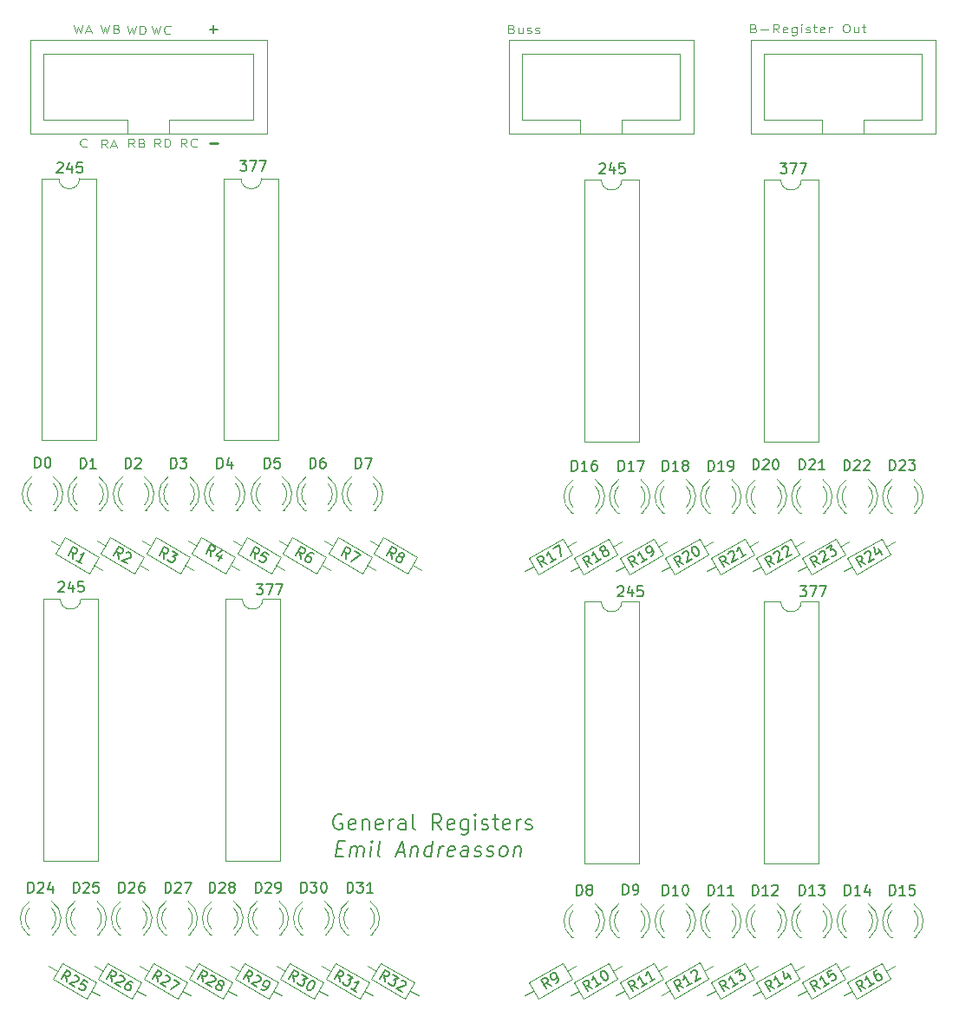
<source format=gto>
G04 #@! TF.GenerationSoftware,KiCad,Pcbnew,(5.1.10)-1*
G04 #@! TF.CreationDate,2023-01-28T17:58:06+01:00*
G04 #@! TF.ProjectId,8-bit-computer_General_Registers_pcb,382d6269-742d-4636-9f6d-70757465725f,rev?*
G04 #@! TF.SameCoordinates,Original*
G04 #@! TF.FileFunction,Legend,Top*
G04 #@! TF.FilePolarity,Positive*
%FSLAX46Y46*%
G04 Gerber Fmt 4.6, Leading zero omitted, Abs format (unit mm)*
G04 Created by KiCad (PCBNEW (5.1.10)-1) date 2023-01-28 17:58:06*
%MOMM*%
%LPD*%
G01*
G04 APERTURE LIST*
%ADD10C,0.100000*%
%ADD11C,0.250000*%
%ADD12C,0.150000*%
%ADD13C,0.120000*%
%ADD14C,1.700000*%
%ADD15O,1.600000X1.600000*%
%ADD16R,1.600000X1.600000*%
%ADD17C,1.400000*%
%ADD18R,1.800000X1.800000*%
%ADD19C,1.800000*%
G04 APERTURE END LIST*
D10*
X106723523Y-58010214D02*
X106675904Y-58048309D01*
X106533047Y-58086404D01*
X106437809Y-58086404D01*
X106294952Y-58048309D01*
X106199714Y-57972119D01*
X106152095Y-57895928D01*
X106104476Y-57743547D01*
X106104476Y-57629261D01*
X106152095Y-57476880D01*
X106199714Y-57400690D01*
X106294952Y-57324500D01*
X106437809Y-57286404D01*
X106533047Y-57286404D01*
X106675904Y-57324500D01*
X106723523Y-57362595D01*
X111367023Y-58086404D02*
X111033690Y-57705452D01*
X110795595Y-58086404D02*
X110795595Y-57286404D01*
X111176547Y-57286404D01*
X111271785Y-57324500D01*
X111319404Y-57362595D01*
X111367023Y-57438785D01*
X111367023Y-57553071D01*
X111319404Y-57629261D01*
X111271785Y-57667357D01*
X111176547Y-57705452D01*
X110795595Y-57705452D01*
X112128928Y-57667357D02*
X112271785Y-57705452D01*
X112319404Y-57743547D01*
X112367023Y-57819738D01*
X112367023Y-57934023D01*
X112319404Y-58010214D01*
X112271785Y-58048309D01*
X112176547Y-58086404D01*
X111795595Y-58086404D01*
X111795595Y-57286404D01*
X112128928Y-57286404D01*
X112224166Y-57324500D01*
X112271785Y-57362595D01*
X112319404Y-57438785D01*
X112319404Y-57514976D01*
X112271785Y-57591166D01*
X112224166Y-57629261D01*
X112128928Y-57667357D01*
X111795595Y-57667357D01*
X107160023Y-46745333D02*
X106683833Y-46745333D01*
X107255261Y-46973904D02*
X106921928Y-46173904D01*
X106588595Y-46973904D01*
X106350500Y-46173904D02*
X106112404Y-46973904D01*
X105921928Y-46402476D01*
X105731452Y-46973904D01*
X105493357Y-46173904D01*
D11*
X119558452Y-57732428D02*
X118796547Y-57732428D01*
D10*
X171851404Y-46491357D02*
X171994261Y-46529452D01*
X172041880Y-46567547D01*
X172089500Y-46643738D01*
X172089500Y-46758023D01*
X172041880Y-46834214D01*
X171994261Y-46872309D01*
X171899023Y-46910404D01*
X171518071Y-46910404D01*
X171518071Y-46110404D01*
X171851404Y-46110404D01*
X171946642Y-46148500D01*
X171994261Y-46186595D01*
X172041880Y-46262785D01*
X172041880Y-46338976D01*
X171994261Y-46415166D01*
X171946642Y-46453261D01*
X171851404Y-46491357D01*
X171518071Y-46491357D01*
X172518071Y-46605642D02*
X173279976Y-46605642D01*
X174327595Y-46910404D02*
X173994261Y-46529452D01*
X173756166Y-46910404D02*
X173756166Y-46110404D01*
X174137119Y-46110404D01*
X174232357Y-46148500D01*
X174279976Y-46186595D01*
X174327595Y-46262785D01*
X174327595Y-46377071D01*
X174279976Y-46453261D01*
X174232357Y-46491357D01*
X174137119Y-46529452D01*
X173756166Y-46529452D01*
X175137119Y-46872309D02*
X175041880Y-46910404D01*
X174851404Y-46910404D01*
X174756166Y-46872309D01*
X174708547Y-46796119D01*
X174708547Y-46491357D01*
X174756166Y-46415166D01*
X174851404Y-46377071D01*
X175041880Y-46377071D01*
X175137119Y-46415166D01*
X175184738Y-46491357D01*
X175184738Y-46567547D01*
X174708547Y-46643738D01*
X176041880Y-46377071D02*
X176041880Y-47024690D01*
X175994261Y-47100880D01*
X175946642Y-47138976D01*
X175851404Y-47177071D01*
X175708547Y-47177071D01*
X175613309Y-47138976D01*
X176041880Y-46872309D02*
X175946642Y-46910404D01*
X175756166Y-46910404D01*
X175660928Y-46872309D01*
X175613309Y-46834214D01*
X175565690Y-46758023D01*
X175565690Y-46529452D01*
X175613309Y-46453261D01*
X175660928Y-46415166D01*
X175756166Y-46377071D01*
X175946642Y-46377071D01*
X176041880Y-46415166D01*
X176518071Y-46910404D02*
X176518071Y-46377071D01*
X176518071Y-46110404D02*
X176470452Y-46148500D01*
X176518071Y-46186595D01*
X176565690Y-46148500D01*
X176518071Y-46110404D01*
X176518071Y-46186595D01*
X176946642Y-46872309D02*
X177041880Y-46910404D01*
X177232357Y-46910404D01*
X177327595Y-46872309D01*
X177375214Y-46796119D01*
X177375214Y-46758023D01*
X177327595Y-46681833D01*
X177232357Y-46643738D01*
X177089500Y-46643738D01*
X176994261Y-46605642D01*
X176946642Y-46529452D01*
X176946642Y-46491357D01*
X176994261Y-46415166D01*
X177089500Y-46377071D01*
X177232357Y-46377071D01*
X177327595Y-46415166D01*
X177660928Y-46377071D02*
X178041880Y-46377071D01*
X177803785Y-46110404D02*
X177803785Y-46796119D01*
X177851404Y-46872309D01*
X177946642Y-46910404D01*
X178041880Y-46910404D01*
X178756166Y-46872309D02*
X178660928Y-46910404D01*
X178470452Y-46910404D01*
X178375214Y-46872309D01*
X178327595Y-46796119D01*
X178327595Y-46491357D01*
X178375214Y-46415166D01*
X178470452Y-46377071D01*
X178660928Y-46377071D01*
X178756166Y-46415166D01*
X178803785Y-46491357D01*
X178803785Y-46567547D01*
X178327595Y-46643738D01*
X179232357Y-46910404D02*
X179232357Y-46377071D01*
X179232357Y-46529452D02*
X179279976Y-46453261D01*
X179327595Y-46415166D01*
X179422833Y-46377071D01*
X179518071Y-46377071D01*
X180803785Y-46110404D02*
X180994261Y-46110404D01*
X181089500Y-46148500D01*
X181184738Y-46224690D01*
X181232357Y-46377071D01*
X181232357Y-46643738D01*
X181184738Y-46796119D01*
X181089500Y-46872309D01*
X180994261Y-46910404D01*
X180803785Y-46910404D01*
X180708547Y-46872309D01*
X180613309Y-46796119D01*
X180565690Y-46643738D01*
X180565690Y-46377071D01*
X180613309Y-46224690D01*
X180708547Y-46148500D01*
X180803785Y-46110404D01*
X182089500Y-46377071D02*
X182089500Y-46910404D01*
X181660928Y-46377071D02*
X181660928Y-46796119D01*
X181708547Y-46872309D01*
X181803785Y-46910404D01*
X181946642Y-46910404D01*
X182041880Y-46872309D01*
X182089500Y-46834214D01*
X182422833Y-46377071D02*
X182803785Y-46377071D01*
X182565690Y-46110404D02*
X182565690Y-46796119D01*
X182613309Y-46872309D01*
X182708547Y-46910404D01*
X182803785Y-46910404D01*
X110692428Y-46237404D02*
X110930523Y-47037404D01*
X111121000Y-46465976D01*
X111311476Y-47037404D01*
X111549571Y-46237404D01*
X111930523Y-47037404D02*
X111930523Y-46237404D01*
X112168619Y-46237404D01*
X112311476Y-46275500D01*
X112406714Y-46351690D01*
X112454333Y-46427880D01*
X112501952Y-46580261D01*
X112501952Y-46694547D01*
X112454333Y-46846928D01*
X112406714Y-46923119D01*
X112311476Y-46999309D01*
X112168619Y-47037404D01*
X111930523Y-47037404D01*
X116510523Y-58086404D02*
X116177190Y-57705452D01*
X115939095Y-58086404D02*
X115939095Y-57286404D01*
X116320047Y-57286404D01*
X116415285Y-57324500D01*
X116462904Y-57362595D01*
X116510523Y-57438785D01*
X116510523Y-57553071D01*
X116462904Y-57629261D01*
X116415285Y-57667357D01*
X116320047Y-57705452D01*
X115939095Y-57705452D01*
X117510523Y-58010214D02*
X117462904Y-58048309D01*
X117320047Y-58086404D01*
X117224809Y-58086404D01*
X117081952Y-58048309D01*
X116986714Y-57972119D01*
X116939095Y-57895928D01*
X116891476Y-57743547D01*
X116891476Y-57629261D01*
X116939095Y-57476880D01*
X116986714Y-57400690D01*
X117081952Y-57324500D01*
X117224809Y-57286404D01*
X117320047Y-57286404D01*
X117462904Y-57324500D01*
X117510523Y-57362595D01*
X113907023Y-58086404D02*
X113573690Y-57705452D01*
X113335595Y-58086404D02*
X113335595Y-57286404D01*
X113716547Y-57286404D01*
X113811785Y-57324500D01*
X113859404Y-57362595D01*
X113907023Y-57438785D01*
X113907023Y-57553071D01*
X113859404Y-57629261D01*
X113811785Y-57667357D01*
X113716547Y-57705452D01*
X113335595Y-57705452D01*
X114335595Y-58086404D02*
X114335595Y-57286404D01*
X114573690Y-57286404D01*
X114716547Y-57324500D01*
X114811785Y-57400690D01*
X114859404Y-57476880D01*
X114907023Y-57629261D01*
X114907023Y-57743547D01*
X114859404Y-57895928D01*
X114811785Y-57972119D01*
X114716547Y-58048309D01*
X114573690Y-58086404D01*
X114335595Y-58086404D01*
D12*
X123301285Y-100734880D02*
X123920333Y-100734880D01*
X123587000Y-101115833D01*
X123729857Y-101115833D01*
X123825095Y-101163452D01*
X123872714Y-101211071D01*
X123920333Y-101306309D01*
X123920333Y-101544404D01*
X123872714Y-101639642D01*
X123825095Y-101687261D01*
X123729857Y-101734880D01*
X123444142Y-101734880D01*
X123348904Y-101687261D01*
X123301285Y-101639642D01*
X124253666Y-100734880D02*
X124920333Y-100734880D01*
X124491761Y-101734880D01*
X125206047Y-100734880D02*
X125872714Y-100734880D01*
X125444142Y-101734880D01*
X176387285Y-100925380D02*
X177006333Y-100925380D01*
X176673000Y-101306333D01*
X176815857Y-101306333D01*
X176911095Y-101353952D01*
X176958714Y-101401571D01*
X177006333Y-101496809D01*
X177006333Y-101734904D01*
X176958714Y-101830142D01*
X176911095Y-101877761D01*
X176815857Y-101925380D01*
X176530142Y-101925380D01*
X176434904Y-101877761D01*
X176387285Y-101830142D01*
X177339666Y-100925380D02*
X178006333Y-100925380D01*
X177577761Y-101925380D01*
X178292047Y-100925380D02*
X178958714Y-100925380D01*
X178530142Y-101925380D01*
X174482285Y-59650380D02*
X175101333Y-59650380D01*
X174768000Y-60031333D01*
X174910857Y-60031333D01*
X175006095Y-60078952D01*
X175053714Y-60126571D01*
X175101333Y-60221809D01*
X175101333Y-60459904D01*
X175053714Y-60555142D01*
X175006095Y-60602761D01*
X174910857Y-60650380D01*
X174625142Y-60650380D01*
X174529904Y-60602761D01*
X174482285Y-60555142D01*
X175434666Y-59650380D02*
X176101333Y-59650380D01*
X175672761Y-60650380D01*
X176387047Y-59650380D02*
X177053714Y-59650380D01*
X176625142Y-60650380D01*
X121713785Y-59396380D02*
X122332833Y-59396380D01*
X121999500Y-59777333D01*
X122142357Y-59777333D01*
X122237595Y-59824952D01*
X122285214Y-59872571D01*
X122332833Y-59967809D01*
X122332833Y-60205904D01*
X122285214Y-60301142D01*
X122237595Y-60348761D01*
X122142357Y-60396380D01*
X121856642Y-60396380D01*
X121761404Y-60348761D01*
X121713785Y-60301142D01*
X122666166Y-59396380D02*
X123332833Y-59396380D01*
X122904261Y-60396380D01*
X123618547Y-59396380D02*
X124285214Y-59396380D01*
X123856642Y-60396380D01*
X158591404Y-101020619D02*
X158639023Y-100973000D01*
X158734261Y-100925380D01*
X158972357Y-100925380D01*
X159067595Y-100973000D01*
X159115214Y-101020619D01*
X159162833Y-101115857D01*
X159162833Y-101211095D01*
X159115214Y-101353952D01*
X158543785Y-101925380D01*
X159162833Y-101925380D01*
X160019976Y-101258714D02*
X160019976Y-101925380D01*
X159781880Y-100877761D02*
X159543785Y-101592047D01*
X160162833Y-101592047D01*
X161019976Y-100925380D02*
X160543785Y-100925380D01*
X160496166Y-101401571D01*
X160543785Y-101353952D01*
X160639023Y-101306333D01*
X160877119Y-101306333D01*
X160972357Y-101353952D01*
X161019976Y-101401571D01*
X161067595Y-101496809D01*
X161067595Y-101734904D01*
X161019976Y-101830142D01*
X160972357Y-101877761D01*
X160877119Y-101925380D01*
X160639023Y-101925380D01*
X160543785Y-101877761D01*
X160496166Y-101830142D01*
X103981404Y-100576119D02*
X104029023Y-100528500D01*
X104124261Y-100480880D01*
X104362357Y-100480880D01*
X104457595Y-100528500D01*
X104505214Y-100576119D01*
X104552833Y-100671357D01*
X104552833Y-100766595D01*
X104505214Y-100909452D01*
X103933785Y-101480880D01*
X104552833Y-101480880D01*
X105409976Y-100814214D02*
X105409976Y-101480880D01*
X105171880Y-100433261D02*
X104933785Y-101147547D01*
X105552833Y-101147547D01*
X106409976Y-100480880D02*
X105933785Y-100480880D01*
X105886166Y-100957071D01*
X105933785Y-100909452D01*
X106029023Y-100861833D01*
X106267119Y-100861833D01*
X106362357Y-100909452D01*
X106409976Y-100957071D01*
X106457595Y-101052309D01*
X106457595Y-101290404D01*
X106409976Y-101385642D01*
X106362357Y-101433261D01*
X106267119Y-101480880D01*
X106029023Y-101480880D01*
X105933785Y-101433261D01*
X105886166Y-101385642D01*
X156813404Y-59745619D02*
X156861023Y-59698000D01*
X156956261Y-59650380D01*
X157194357Y-59650380D01*
X157289595Y-59698000D01*
X157337214Y-59745619D01*
X157384833Y-59840857D01*
X157384833Y-59936095D01*
X157337214Y-60078952D01*
X156765785Y-60650380D01*
X157384833Y-60650380D01*
X158241976Y-59983714D02*
X158241976Y-60650380D01*
X158003880Y-59602761D02*
X157765785Y-60317047D01*
X158384833Y-60317047D01*
X159241976Y-59650380D02*
X158765785Y-59650380D01*
X158718166Y-60126571D01*
X158765785Y-60078952D01*
X158861023Y-60031333D01*
X159099119Y-60031333D01*
X159194357Y-60078952D01*
X159241976Y-60126571D01*
X159289595Y-60221809D01*
X159289595Y-60459904D01*
X159241976Y-60555142D01*
X159194357Y-60602761D01*
X159099119Y-60650380D01*
X158861023Y-60650380D01*
X158765785Y-60602761D01*
X158718166Y-60555142D01*
X103854404Y-59682119D02*
X103902023Y-59634500D01*
X103997261Y-59586880D01*
X104235357Y-59586880D01*
X104330595Y-59634500D01*
X104378214Y-59682119D01*
X104425833Y-59777357D01*
X104425833Y-59872595D01*
X104378214Y-60015452D01*
X103806785Y-60586880D01*
X104425833Y-60586880D01*
X105282976Y-59920214D02*
X105282976Y-60586880D01*
X105044880Y-59539261D02*
X104806785Y-60253547D01*
X105425833Y-60253547D01*
X106282976Y-59586880D02*
X105806785Y-59586880D01*
X105759166Y-60063071D01*
X105806785Y-60015452D01*
X105902023Y-59967833D01*
X106140119Y-59967833D01*
X106235357Y-60015452D01*
X106282976Y-60063071D01*
X106330595Y-60158309D01*
X106330595Y-60396404D01*
X106282976Y-60491642D01*
X106235357Y-60539261D01*
X106140119Y-60586880D01*
X105902023Y-60586880D01*
X105806785Y-60539261D01*
X105759166Y-60491642D01*
D10*
X148213023Y-46554857D02*
X148355880Y-46592952D01*
X148403500Y-46631047D01*
X148451119Y-46707238D01*
X148451119Y-46821523D01*
X148403500Y-46897714D01*
X148355880Y-46935809D01*
X148260642Y-46973904D01*
X147879690Y-46973904D01*
X147879690Y-46173904D01*
X148213023Y-46173904D01*
X148308261Y-46212000D01*
X148355880Y-46250095D01*
X148403500Y-46326285D01*
X148403500Y-46402476D01*
X148355880Y-46478666D01*
X148308261Y-46516761D01*
X148213023Y-46554857D01*
X147879690Y-46554857D01*
X149308261Y-46440571D02*
X149308261Y-46973904D01*
X148879690Y-46440571D02*
X148879690Y-46859619D01*
X148927309Y-46935809D01*
X149022547Y-46973904D01*
X149165404Y-46973904D01*
X149260642Y-46935809D01*
X149308261Y-46897714D01*
X149736833Y-46935809D02*
X149832071Y-46973904D01*
X150022547Y-46973904D01*
X150117785Y-46935809D01*
X150165404Y-46859619D01*
X150165404Y-46821523D01*
X150117785Y-46745333D01*
X150022547Y-46707238D01*
X149879690Y-46707238D01*
X149784452Y-46669142D01*
X149736833Y-46592952D01*
X149736833Y-46554857D01*
X149784452Y-46478666D01*
X149879690Y-46440571D01*
X150022547Y-46440571D01*
X150117785Y-46478666D01*
X150546357Y-46935809D02*
X150641595Y-46973904D01*
X150832071Y-46973904D01*
X150927309Y-46935809D01*
X150974928Y-46859619D01*
X150974928Y-46821523D01*
X150927309Y-46745333D01*
X150832071Y-46707238D01*
X150689214Y-46707238D01*
X150593976Y-46669142D01*
X150546357Y-46592952D01*
X150546357Y-46554857D01*
X150593976Y-46478666D01*
X150689214Y-46440571D01*
X150832071Y-46440571D01*
X150927309Y-46478666D01*
D12*
X118733047Y-46604071D02*
X119494952Y-46604071D01*
X119114000Y-46223119D02*
X119114000Y-46985023D01*
D10*
X113105428Y-46237404D02*
X113343523Y-47037404D01*
X113534000Y-46465976D01*
X113724476Y-47037404D01*
X113962571Y-46237404D01*
X114914952Y-46961214D02*
X114867333Y-46999309D01*
X114724476Y-47037404D01*
X114629238Y-47037404D01*
X114486380Y-46999309D01*
X114391142Y-46923119D01*
X114343523Y-46846928D01*
X114295904Y-46694547D01*
X114295904Y-46580261D01*
X114343523Y-46427880D01*
X114391142Y-46351690D01*
X114486380Y-46275500D01*
X114629238Y-46237404D01*
X114724476Y-46237404D01*
X114867333Y-46275500D01*
X114914952Y-46313595D01*
X108088928Y-46173904D02*
X108327023Y-46973904D01*
X108517500Y-46402476D01*
X108707976Y-46973904D01*
X108946071Y-46173904D01*
X109660357Y-46554857D02*
X109803214Y-46592952D01*
X109850833Y-46631047D01*
X109898452Y-46707238D01*
X109898452Y-46821523D01*
X109850833Y-46897714D01*
X109803214Y-46935809D01*
X109707976Y-46973904D01*
X109327023Y-46973904D01*
X109327023Y-46173904D01*
X109660357Y-46173904D01*
X109755595Y-46212000D01*
X109803214Y-46250095D01*
X109850833Y-46326285D01*
X109850833Y-46402476D01*
X109803214Y-46478666D01*
X109755595Y-46516761D01*
X109660357Y-46554857D01*
X109327023Y-46554857D01*
X108771452Y-58149904D02*
X108438119Y-57768952D01*
X108200023Y-58149904D02*
X108200023Y-57349904D01*
X108580976Y-57349904D01*
X108676214Y-57388000D01*
X108723833Y-57426095D01*
X108771452Y-57502285D01*
X108771452Y-57616571D01*
X108723833Y-57692761D01*
X108676214Y-57730857D01*
X108580976Y-57768952D01*
X108200023Y-57768952D01*
X109152404Y-57921333D02*
X109628595Y-57921333D01*
X109057166Y-58149904D02*
X109390500Y-57349904D01*
X109723833Y-58149904D01*
D12*
X131668357Y-123265500D02*
X131525500Y-123194071D01*
X131311214Y-123194071D01*
X131096928Y-123265500D01*
X130954071Y-123408357D01*
X130882642Y-123551214D01*
X130811214Y-123836928D01*
X130811214Y-124051214D01*
X130882642Y-124336928D01*
X130954071Y-124479785D01*
X131096928Y-124622642D01*
X131311214Y-124694071D01*
X131454071Y-124694071D01*
X131668357Y-124622642D01*
X131739785Y-124551214D01*
X131739785Y-124051214D01*
X131454071Y-124051214D01*
X132954071Y-124622642D02*
X132811214Y-124694071D01*
X132525500Y-124694071D01*
X132382642Y-124622642D01*
X132311214Y-124479785D01*
X132311214Y-123908357D01*
X132382642Y-123765500D01*
X132525500Y-123694071D01*
X132811214Y-123694071D01*
X132954071Y-123765500D01*
X133025500Y-123908357D01*
X133025500Y-124051214D01*
X132311214Y-124194071D01*
X133668357Y-123694071D02*
X133668357Y-124694071D01*
X133668357Y-123836928D02*
X133739785Y-123765500D01*
X133882642Y-123694071D01*
X134096928Y-123694071D01*
X134239785Y-123765500D01*
X134311214Y-123908357D01*
X134311214Y-124694071D01*
X135596928Y-124622642D02*
X135454071Y-124694071D01*
X135168357Y-124694071D01*
X135025500Y-124622642D01*
X134954071Y-124479785D01*
X134954071Y-123908357D01*
X135025500Y-123765500D01*
X135168357Y-123694071D01*
X135454071Y-123694071D01*
X135596928Y-123765500D01*
X135668357Y-123908357D01*
X135668357Y-124051214D01*
X134954071Y-124194071D01*
X136311214Y-124694071D02*
X136311214Y-123694071D01*
X136311214Y-123979785D02*
X136382642Y-123836928D01*
X136454071Y-123765500D01*
X136596928Y-123694071D01*
X136739785Y-123694071D01*
X137882642Y-124694071D02*
X137882642Y-123908357D01*
X137811214Y-123765500D01*
X137668357Y-123694071D01*
X137382642Y-123694071D01*
X137239785Y-123765500D01*
X137882642Y-124622642D02*
X137739785Y-124694071D01*
X137382642Y-124694071D01*
X137239785Y-124622642D01*
X137168357Y-124479785D01*
X137168357Y-124336928D01*
X137239785Y-124194071D01*
X137382642Y-124122642D01*
X137739785Y-124122642D01*
X137882642Y-124051214D01*
X138811214Y-124694071D02*
X138668357Y-124622642D01*
X138596928Y-124479785D01*
X138596928Y-123194071D01*
X141382642Y-124694071D02*
X140882642Y-123979785D01*
X140525500Y-124694071D02*
X140525500Y-123194071D01*
X141096928Y-123194071D01*
X141239785Y-123265500D01*
X141311214Y-123336928D01*
X141382642Y-123479785D01*
X141382642Y-123694071D01*
X141311214Y-123836928D01*
X141239785Y-123908357D01*
X141096928Y-123979785D01*
X140525500Y-123979785D01*
X142596928Y-124622642D02*
X142454071Y-124694071D01*
X142168357Y-124694071D01*
X142025500Y-124622642D01*
X141954071Y-124479785D01*
X141954071Y-123908357D01*
X142025500Y-123765500D01*
X142168357Y-123694071D01*
X142454071Y-123694071D01*
X142596928Y-123765500D01*
X142668357Y-123908357D01*
X142668357Y-124051214D01*
X141954071Y-124194071D01*
X143954071Y-123694071D02*
X143954071Y-124908357D01*
X143882642Y-125051214D01*
X143811214Y-125122642D01*
X143668357Y-125194071D01*
X143454071Y-125194071D01*
X143311214Y-125122642D01*
X143954071Y-124622642D02*
X143811214Y-124694071D01*
X143525500Y-124694071D01*
X143382642Y-124622642D01*
X143311214Y-124551214D01*
X143239785Y-124408357D01*
X143239785Y-123979785D01*
X143311214Y-123836928D01*
X143382642Y-123765500D01*
X143525500Y-123694071D01*
X143811214Y-123694071D01*
X143954071Y-123765500D01*
X144668357Y-124694071D02*
X144668357Y-123694071D01*
X144668357Y-123194071D02*
X144596928Y-123265500D01*
X144668357Y-123336928D01*
X144739785Y-123265500D01*
X144668357Y-123194071D01*
X144668357Y-123336928D01*
X145311214Y-124622642D02*
X145454071Y-124694071D01*
X145739785Y-124694071D01*
X145882642Y-124622642D01*
X145954071Y-124479785D01*
X145954071Y-124408357D01*
X145882642Y-124265500D01*
X145739785Y-124194071D01*
X145525500Y-124194071D01*
X145382642Y-124122642D01*
X145311214Y-123979785D01*
X145311214Y-123908357D01*
X145382642Y-123765500D01*
X145525500Y-123694071D01*
X145739785Y-123694071D01*
X145882642Y-123765500D01*
X146382642Y-123694071D02*
X146954071Y-123694071D01*
X146596928Y-123194071D02*
X146596928Y-124479785D01*
X146668357Y-124622642D01*
X146811214Y-124694071D01*
X146954071Y-124694071D01*
X148025500Y-124622642D02*
X147882642Y-124694071D01*
X147596928Y-124694071D01*
X147454071Y-124622642D01*
X147382642Y-124479785D01*
X147382642Y-123908357D01*
X147454071Y-123765500D01*
X147596928Y-123694071D01*
X147882642Y-123694071D01*
X148025500Y-123765500D01*
X148096928Y-123908357D01*
X148096928Y-124051214D01*
X147382642Y-124194071D01*
X148739785Y-124694071D02*
X148739785Y-123694071D01*
X148739785Y-123979785D02*
X148811214Y-123836928D01*
X148882642Y-123765500D01*
X149025500Y-123694071D01*
X149168357Y-123694071D01*
X149596928Y-124622642D02*
X149739785Y-124694071D01*
X150025500Y-124694071D01*
X150168357Y-124622642D01*
X150239785Y-124479785D01*
X150239785Y-124408357D01*
X150168357Y-124265500D01*
X150025500Y-124194071D01*
X149811214Y-124194071D01*
X149668357Y-124122642D01*
X149596928Y-123979785D01*
X149596928Y-123908357D01*
X149668357Y-123765500D01*
X149811214Y-123694071D01*
X150025500Y-123694071D01*
X150168357Y-123765500D01*
X131162330Y-126511857D02*
X131662330Y-126511857D01*
X131778401Y-127297571D02*
X131064116Y-127297571D01*
X131251616Y-125797571D01*
X131965901Y-125797571D01*
X132421258Y-127297571D02*
X132546258Y-126297571D01*
X132528401Y-126440428D02*
X132608758Y-126369000D01*
X132760544Y-126297571D01*
X132974830Y-126297571D01*
X133108758Y-126369000D01*
X133162330Y-126511857D01*
X133064116Y-127297571D01*
X133162330Y-126511857D02*
X133251616Y-126369000D01*
X133403401Y-126297571D01*
X133617687Y-126297571D01*
X133751616Y-126369000D01*
X133805187Y-126511857D01*
X133706973Y-127297571D01*
X134421258Y-127297571D02*
X134546258Y-126297571D01*
X134608758Y-125797571D02*
X134528401Y-125869000D01*
X134590901Y-125940428D01*
X134671258Y-125869000D01*
X134608758Y-125797571D01*
X134590901Y-125940428D01*
X135349830Y-127297571D02*
X135215901Y-127226142D01*
X135162330Y-127083285D01*
X135323044Y-125797571D01*
X137046258Y-126869000D02*
X137760544Y-126869000D01*
X136849830Y-127297571D02*
X137537330Y-125797571D01*
X137849830Y-127297571D01*
X138474830Y-126297571D02*
X138349830Y-127297571D01*
X138456973Y-126440428D02*
X138537330Y-126369000D01*
X138689116Y-126297571D01*
X138903401Y-126297571D01*
X139037330Y-126369000D01*
X139090901Y-126511857D01*
X138992687Y-127297571D01*
X140349830Y-127297571D02*
X140537330Y-125797571D01*
X140358758Y-127226142D02*
X140206973Y-127297571D01*
X139921258Y-127297571D01*
X139787330Y-127226142D01*
X139724830Y-127154714D01*
X139671258Y-127011857D01*
X139724830Y-126583285D01*
X139814116Y-126440428D01*
X139894473Y-126369000D01*
X140046258Y-126297571D01*
X140331973Y-126297571D01*
X140465901Y-126369000D01*
X141064116Y-127297571D02*
X141189116Y-126297571D01*
X141153401Y-126583285D02*
X141242687Y-126440428D01*
X141323044Y-126369000D01*
X141474830Y-126297571D01*
X141617687Y-126297571D01*
X142573044Y-127226142D02*
X142421258Y-127297571D01*
X142135544Y-127297571D01*
X142001616Y-127226142D01*
X141948044Y-127083285D01*
X142019473Y-126511857D01*
X142108758Y-126369000D01*
X142260544Y-126297571D01*
X142546258Y-126297571D01*
X142680187Y-126369000D01*
X142733758Y-126511857D01*
X142715901Y-126654714D01*
X141983758Y-126797571D01*
X143921258Y-127297571D02*
X144019473Y-126511857D01*
X143965901Y-126369000D01*
X143831973Y-126297571D01*
X143546258Y-126297571D01*
X143394473Y-126369000D01*
X143930187Y-127226142D02*
X143778401Y-127297571D01*
X143421258Y-127297571D01*
X143287330Y-127226142D01*
X143233758Y-127083285D01*
X143251616Y-126940428D01*
X143340901Y-126797571D01*
X143492687Y-126726142D01*
X143849830Y-126726142D01*
X144001616Y-126654714D01*
X144573044Y-127226142D02*
X144706973Y-127297571D01*
X144992687Y-127297571D01*
X145144473Y-127226142D01*
X145233758Y-127083285D01*
X145242687Y-127011857D01*
X145189116Y-126869000D01*
X145055187Y-126797571D01*
X144840901Y-126797571D01*
X144706973Y-126726142D01*
X144653401Y-126583285D01*
X144662330Y-126511857D01*
X144751616Y-126369000D01*
X144903401Y-126297571D01*
X145117687Y-126297571D01*
X145251616Y-126369000D01*
X145787330Y-127226142D02*
X145921258Y-127297571D01*
X146206973Y-127297571D01*
X146358758Y-127226142D01*
X146448044Y-127083285D01*
X146456973Y-127011857D01*
X146403401Y-126869000D01*
X146269473Y-126797571D01*
X146055187Y-126797571D01*
X145921258Y-126726142D01*
X145867687Y-126583285D01*
X145876616Y-126511857D01*
X145965901Y-126369000D01*
X146117687Y-126297571D01*
X146331973Y-126297571D01*
X146465901Y-126369000D01*
X147278401Y-127297571D02*
X147144473Y-127226142D01*
X147081973Y-127154714D01*
X147028401Y-127011857D01*
X147081973Y-126583285D01*
X147171258Y-126440428D01*
X147251616Y-126369000D01*
X147403401Y-126297571D01*
X147617687Y-126297571D01*
X147751616Y-126369000D01*
X147814116Y-126440428D01*
X147867687Y-126583285D01*
X147814116Y-127011857D01*
X147724830Y-127154714D01*
X147644473Y-127226142D01*
X147492687Y-127297571D01*
X147278401Y-127297571D01*
X148546258Y-126297571D02*
X148421258Y-127297571D01*
X148528401Y-126440428D02*
X148608758Y-126369000D01*
X148760544Y-126297571D01*
X148974830Y-126297571D01*
X149108758Y-126369000D01*
X149162330Y-126511857D01*
X149064116Y-127297571D01*
D13*
X182632000Y-55447000D02*
X182632000Y-56757000D01*
X182632000Y-55447000D02*
X182632000Y-55447000D01*
X188302000Y-55447000D02*
X182632000Y-55447000D01*
X188302000Y-48947000D02*
X188302000Y-55447000D01*
X172862000Y-48947000D02*
X188302000Y-48947000D01*
X172862000Y-55447000D02*
X172862000Y-48947000D01*
X178532000Y-55447000D02*
X172862000Y-55447000D01*
X178532000Y-56757000D02*
X178532000Y-55447000D01*
X189602000Y-56757000D02*
X171562000Y-56757000D01*
X189602000Y-47637000D02*
X189602000Y-56757000D01*
X171562000Y-47637000D02*
X189602000Y-47637000D01*
X171562000Y-56757000D02*
X171562000Y-47637000D01*
X147940000Y-56757000D02*
X147940000Y-47637000D01*
X147940000Y-47637000D02*
X165980000Y-47637000D01*
X165980000Y-47637000D02*
X165980000Y-56757000D01*
X165980000Y-56757000D02*
X147940000Y-56757000D01*
X154910000Y-56757000D02*
X154910000Y-55447000D01*
X154910000Y-55447000D02*
X149240000Y-55447000D01*
X149240000Y-55447000D02*
X149240000Y-48947000D01*
X149240000Y-48947000D02*
X164680000Y-48947000D01*
X164680000Y-48947000D02*
X164680000Y-55447000D01*
X164680000Y-55447000D02*
X159010000Y-55447000D01*
X159010000Y-55447000D02*
X159010000Y-55447000D01*
X159010000Y-55447000D02*
X159010000Y-56757000D01*
X114814000Y-55450000D02*
X114814000Y-56760000D01*
X114814000Y-55450000D02*
X114814000Y-55450000D01*
X123024000Y-55450000D02*
X114814000Y-55450000D01*
X123024000Y-48950000D02*
X123024000Y-55450000D01*
X102504000Y-48950000D02*
X123024000Y-48950000D01*
X102504000Y-55450000D02*
X102504000Y-48950000D01*
X110714000Y-55450000D02*
X102504000Y-55450000D01*
X110714000Y-56760000D02*
X110714000Y-55450000D01*
X124324000Y-56760000D02*
X101204000Y-56760000D01*
X124324000Y-47640000D02*
X124324000Y-56760000D01*
X101204000Y-47640000D02*
X124324000Y-47640000D01*
X101204000Y-56760000D02*
X101204000Y-47640000D01*
X178164000Y-61281000D02*
X176514000Y-61281000D01*
X178164000Y-86801000D02*
X178164000Y-61281000D01*
X172864000Y-86801000D02*
X178164000Y-86801000D01*
X172864000Y-61281000D02*
X172864000Y-86801000D01*
X174514000Y-61281000D02*
X172864000Y-61281000D01*
X176514000Y-61281000D02*
G75*
G02*
X174514000Y-61281000I-1000000J0D01*
G01*
X125459000Y-61154000D02*
X123809000Y-61154000D01*
X125459000Y-86674000D02*
X125459000Y-61154000D01*
X120159000Y-86674000D02*
X125459000Y-86674000D01*
X120159000Y-61154000D02*
X120159000Y-86674000D01*
X121809000Y-61154000D02*
X120159000Y-61154000D01*
X123809000Y-61154000D02*
G75*
G02*
X121809000Y-61154000I-1000000J0D01*
G01*
X139389050Y-99352000D02*
X138566326Y-98877000D01*
X134418064Y-96482000D02*
X135240788Y-96957000D01*
X139026326Y-98080257D02*
X135700788Y-96160257D01*
X138106326Y-99673743D02*
X139026326Y-98080257D01*
X134780788Y-97753743D02*
X138106326Y-99673743D01*
X135700788Y-96160257D02*
X134780788Y-97753743D01*
X112719050Y-99352000D02*
X111896326Y-98877000D01*
X107748064Y-96482000D02*
X108570788Y-96957000D01*
X112356326Y-98080257D02*
X109030788Y-96160257D01*
X111436326Y-99673743D02*
X112356326Y-98080257D01*
X108110788Y-97753743D02*
X111436326Y-99673743D01*
X109030788Y-96160257D02*
X108110788Y-97753743D01*
X156988000Y-61281000D02*
X155338000Y-61281000D01*
X155338000Y-61281000D02*
X155338000Y-86801000D01*
X155338000Y-86801000D02*
X160638000Y-86801000D01*
X160638000Y-86801000D02*
X160638000Y-61281000D01*
X160638000Y-61281000D02*
X158988000Y-61281000D01*
X158988000Y-61281000D02*
G75*
G02*
X156988000Y-61281000I-1000000J0D01*
G01*
X125586000Y-102175000D02*
X123936000Y-102175000D01*
X125586000Y-127695000D02*
X125586000Y-102175000D01*
X120286000Y-127695000D02*
X125586000Y-127695000D01*
X120286000Y-102175000D02*
X120286000Y-127695000D01*
X121936000Y-102175000D02*
X120286000Y-102175000D01*
X123936000Y-102175000D02*
G75*
G02*
X121936000Y-102175000I-1000000J0D01*
G01*
X132114000Y-134910000D02*
X132270000Y-134910000D01*
X134430000Y-134910000D02*
X134586000Y-134910000D01*
X132271392Y-131677665D02*
G75*
G03*
X132114484Y-134910000I1078608J-1672335D01*
G01*
X134428608Y-131677665D02*
G75*
G02*
X134585516Y-134910000I-1078608J-1672335D01*
G01*
X132270163Y-132308870D02*
G75*
G03*
X132270000Y-134390961I1079837J-1041130D01*
G01*
X134429837Y-132308870D02*
G75*
G02*
X134430000Y-134390961I-1079837J-1041130D01*
G01*
X129985000Y-134910000D02*
X130141000Y-134910000D01*
X127669000Y-134910000D02*
X127825000Y-134910000D01*
X129984837Y-132308870D02*
G75*
G02*
X129985000Y-134390961I-1079837J-1041130D01*
G01*
X127825163Y-132308870D02*
G75*
G03*
X127825000Y-134390961I1079837J-1041130D01*
G01*
X129983608Y-131677665D02*
G75*
G02*
X130140516Y-134910000I-1078608J-1672335D01*
G01*
X127826392Y-131677665D02*
G75*
G03*
X127669484Y-134910000I1078608J-1672335D01*
G01*
X121609050Y-99352000D02*
X120786326Y-98877000D01*
X116638064Y-96482000D02*
X117460788Y-96957000D01*
X121246326Y-98080257D02*
X117920788Y-96160257D01*
X120326326Y-99673743D02*
X121246326Y-98080257D01*
X117000788Y-97753743D02*
X120326326Y-99673743D01*
X117920788Y-96160257D02*
X117000788Y-97753743D01*
X107679000Y-61154000D02*
X106029000Y-61154000D01*
X107679000Y-86674000D02*
X107679000Y-61154000D01*
X102379000Y-86674000D02*
X107679000Y-86674000D01*
X102379000Y-61154000D02*
X102379000Y-86674000D01*
X104029000Y-61154000D02*
X102379000Y-61154000D01*
X106029000Y-61154000D02*
G75*
G02*
X104029000Y-61154000I-1000000J0D01*
G01*
X103505500Y-93508000D02*
X103661500Y-93508000D01*
X101189500Y-93508000D02*
X101345500Y-93508000D01*
X103505337Y-90906870D02*
G75*
G02*
X103505500Y-92988961I-1079837J-1041130D01*
G01*
X101345663Y-90906870D02*
G75*
G03*
X101345500Y-92988961I1079837J-1041130D01*
G01*
X103504108Y-90275665D02*
G75*
G02*
X103661016Y-93508000I-1078608J-1672335D01*
G01*
X101346892Y-90275665D02*
G75*
G03*
X101189984Y-93508000I1078608J-1672335D01*
G01*
X105634500Y-93508000D02*
X105790500Y-93508000D01*
X107950500Y-93508000D02*
X108106500Y-93508000D01*
X105791892Y-90275665D02*
G75*
G03*
X105634984Y-93508000I1078608J-1672335D01*
G01*
X107949108Y-90275665D02*
G75*
G02*
X108106016Y-93508000I-1078608J-1672335D01*
G01*
X105790663Y-90906870D02*
G75*
G03*
X105790500Y-92988961I1079837J-1041130D01*
G01*
X107950337Y-90906870D02*
G75*
G02*
X107950500Y-92988961I-1079837J-1041130D01*
G01*
X110079500Y-93508000D02*
X110235500Y-93508000D01*
X112395500Y-93508000D02*
X112551500Y-93508000D01*
X110236892Y-90275665D02*
G75*
G03*
X110079984Y-93508000I1078608J-1672335D01*
G01*
X112394108Y-90275665D02*
G75*
G02*
X112551016Y-93508000I-1078608J-1672335D01*
G01*
X110235663Y-90906870D02*
G75*
G03*
X110235500Y-92988961I1079837J-1041130D01*
G01*
X112395337Y-90906870D02*
G75*
G02*
X112395500Y-92988961I-1079837J-1041130D01*
G01*
X116840500Y-93508000D02*
X116996500Y-93508000D01*
X114524500Y-93508000D02*
X114680500Y-93508000D01*
X116840337Y-90906870D02*
G75*
G02*
X116840500Y-92988961I-1079837J-1041130D01*
G01*
X114680663Y-90906870D02*
G75*
G03*
X114680500Y-92988961I1079837J-1041130D01*
G01*
X116839108Y-90275665D02*
G75*
G02*
X116996016Y-93508000I-1078608J-1672335D01*
G01*
X114681892Y-90275665D02*
G75*
G03*
X114524984Y-93508000I1078608J-1672335D01*
G01*
X121285500Y-93508000D02*
X121441500Y-93508000D01*
X118969500Y-93508000D02*
X119125500Y-93508000D01*
X121285337Y-90906870D02*
G75*
G02*
X121285500Y-92988961I-1079837J-1041130D01*
G01*
X119125663Y-90906870D02*
G75*
G03*
X119125500Y-92988961I1079837J-1041130D01*
G01*
X121284108Y-90275665D02*
G75*
G02*
X121441016Y-93508000I-1078608J-1672335D01*
G01*
X119126892Y-90275665D02*
G75*
G03*
X118969984Y-93508000I1078608J-1672335D01*
G01*
X123541500Y-93508000D02*
X123697500Y-93508000D01*
X125857500Y-93508000D02*
X126013500Y-93508000D01*
X123698892Y-90275665D02*
G75*
G03*
X123541984Y-93508000I1078608J-1672335D01*
G01*
X125856108Y-90275665D02*
G75*
G02*
X126013016Y-93508000I-1078608J-1672335D01*
G01*
X123697663Y-90906870D02*
G75*
G03*
X123697500Y-92988961I1079837J-1041130D01*
G01*
X125857337Y-90906870D02*
G75*
G02*
X125857500Y-92988961I-1079837J-1041130D01*
G01*
X130302500Y-93508000D02*
X130458500Y-93508000D01*
X127986500Y-93508000D02*
X128142500Y-93508000D01*
X130302337Y-90906870D02*
G75*
G02*
X130302500Y-92988961I-1079837J-1041130D01*
G01*
X128142663Y-90906870D02*
G75*
G03*
X128142500Y-92988961I1079837J-1041130D01*
G01*
X130301108Y-90275665D02*
G75*
G02*
X130458016Y-93508000I-1078608J-1672335D01*
G01*
X128143892Y-90275665D02*
G75*
G03*
X127986984Y-93508000I1078608J-1672335D01*
G01*
X132431500Y-93508000D02*
X132587500Y-93508000D01*
X134747500Y-93508000D02*
X134903500Y-93508000D01*
X132588892Y-90275665D02*
G75*
G03*
X132431984Y-93508000I1078608J-1672335D01*
G01*
X134746108Y-90275665D02*
G75*
G02*
X134903016Y-93508000I-1078608J-1672335D01*
G01*
X132587663Y-90906870D02*
G75*
G03*
X132587500Y-92988961I1079837J-1041130D01*
G01*
X134747337Y-90906870D02*
G75*
G02*
X134747500Y-92988961I-1079837J-1041130D01*
G01*
X154085001Y-135164000D02*
X154241001Y-135164000D01*
X156401001Y-135164000D02*
X156557001Y-135164000D01*
X154242393Y-131931665D02*
G75*
G03*
X154085485Y-135164000I1078608J-1672335D01*
G01*
X156399609Y-131931665D02*
G75*
G02*
X156556517Y-135164000I-1078608J-1672335D01*
G01*
X154241164Y-132562870D02*
G75*
G03*
X154241001Y-134644961I1079837J-1041130D01*
G01*
X156400838Y-132562870D02*
G75*
G02*
X156401001Y-134644961I-1079837J-1041130D01*
G01*
X160846000Y-135163999D02*
X161002000Y-135163999D01*
X158530000Y-135163999D02*
X158686000Y-135163999D01*
X160845837Y-132562869D02*
G75*
G02*
X160846000Y-134644960I-1079837J-1041130D01*
G01*
X158686163Y-132562869D02*
G75*
G03*
X158686000Y-134644960I1079837J-1041130D01*
G01*
X160844608Y-131931664D02*
G75*
G02*
X161001516Y-135163999I-1078608J-1672335D01*
G01*
X158687392Y-131931664D02*
G75*
G03*
X158530484Y-135163999I1078608J-1672335D01*
G01*
X162975000Y-135163999D02*
X163131000Y-135163999D01*
X165291000Y-135163999D02*
X165447000Y-135163999D01*
X163132392Y-131931664D02*
G75*
G03*
X162975484Y-135163999I1078608J-1672335D01*
G01*
X165289608Y-131931664D02*
G75*
G02*
X165446516Y-135163999I-1078608J-1672335D01*
G01*
X163131163Y-132562869D02*
G75*
G03*
X163131000Y-134644960I1079837J-1041130D01*
G01*
X165290837Y-132562869D02*
G75*
G02*
X165291000Y-134644960I-1079837J-1041130D01*
G01*
X169736000Y-135163999D02*
X169892000Y-135163999D01*
X167420000Y-135163999D02*
X167576000Y-135163999D01*
X169735837Y-132562869D02*
G75*
G02*
X169736000Y-134644960I-1079837J-1041130D01*
G01*
X167576163Y-132562869D02*
G75*
G03*
X167576000Y-134644960I1079837J-1041130D01*
G01*
X169734608Y-131931664D02*
G75*
G02*
X169891516Y-135163999I-1078608J-1672335D01*
G01*
X167577392Y-131931664D02*
G75*
G03*
X167420484Y-135163999I1078608J-1672335D01*
G01*
X174181000Y-135164000D02*
X174337000Y-135164000D01*
X171865000Y-135164000D02*
X172021000Y-135164000D01*
X174180837Y-132562870D02*
G75*
G02*
X174181000Y-134644961I-1079837J-1041130D01*
G01*
X172021163Y-132562870D02*
G75*
G03*
X172021000Y-134644961I1079837J-1041130D01*
G01*
X174179608Y-131931665D02*
G75*
G02*
X174336516Y-135164000I-1078608J-1672335D01*
G01*
X172022392Y-131931665D02*
G75*
G03*
X171865484Y-135164000I1078608J-1672335D01*
G01*
X176310000Y-135164000D02*
X176466000Y-135164000D01*
X178626000Y-135164000D02*
X178782000Y-135164000D01*
X176467392Y-131931665D02*
G75*
G03*
X176310484Y-135164000I1078608J-1672335D01*
G01*
X178624608Y-131931665D02*
G75*
G02*
X178781516Y-135164000I-1078608J-1672335D01*
G01*
X176466163Y-132562870D02*
G75*
G03*
X176466000Y-134644961I1079837J-1041130D01*
G01*
X178625837Y-132562870D02*
G75*
G02*
X178626000Y-134644961I-1079837J-1041130D01*
G01*
X180755000Y-135164000D02*
X180911000Y-135164000D01*
X183071000Y-135164000D02*
X183227000Y-135164000D01*
X180912392Y-131931665D02*
G75*
G03*
X180755484Y-135164000I1078608J-1672335D01*
G01*
X183069608Y-131931665D02*
G75*
G02*
X183226516Y-135164000I-1078608J-1672335D01*
G01*
X180911163Y-132562870D02*
G75*
G03*
X180911000Y-134644961I1079837J-1041130D01*
G01*
X183070837Y-132562870D02*
G75*
G02*
X183071000Y-134644961I-1079837J-1041130D01*
G01*
X187516000Y-135164000D02*
X187672000Y-135164000D01*
X185200000Y-135164000D02*
X185356000Y-135164000D01*
X187515837Y-132562870D02*
G75*
G02*
X187516000Y-134644961I-1079837J-1041130D01*
G01*
X185356163Y-132562870D02*
G75*
G03*
X185356000Y-134644961I1079837J-1041130D01*
G01*
X187514608Y-131931665D02*
G75*
G02*
X187671516Y-135164000I-1078608J-1672335D01*
G01*
X185357392Y-131931665D02*
G75*
G03*
X185200484Y-135164000I1078608J-1672335D01*
G01*
X156400999Y-93762000D02*
X156556999Y-93762000D01*
X154084999Y-93762000D02*
X154240999Y-93762000D01*
X156400836Y-91160870D02*
G75*
G02*
X156400999Y-93242961I-1079837J-1041130D01*
G01*
X154241162Y-91160870D02*
G75*
G03*
X154240999Y-93242961I1079837J-1041130D01*
G01*
X156399607Y-90529665D02*
G75*
G02*
X156556515Y-93762000I-1078608J-1672335D01*
G01*
X154242391Y-90529665D02*
G75*
G03*
X154085483Y-93762000I1078608J-1672335D01*
G01*
X158530000Y-93762001D02*
X158686000Y-93762001D01*
X160846000Y-93762001D02*
X161002000Y-93762001D01*
X158687392Y-90529666D02*
G75*
G03*
X158530484Y-93762001I1078608J-1672335D01*
G01*
X160844608Y-90529666D02*
G75*
G02*
X161001516Y-93762001I-1078608J-1672335D01*
G01*
X158686163Y-91160871D02*
G75*
G03*
X158686000Y-93242962I1079837J-1041130D01*
G01*
X160845837Y-91160871D02*
G75*
G02*
X160846000Y-93242962I-1079837J-1041130D01*
G01*
X165291000Y-93762001D02*
X165447000Y-93762001D01*
X162975000Y-93762001D02*
X163131000Y-93762001D01*
X165290837Y-91160871D02*
G75*
G02*
X165291000Y-93242962I-1079837J-1041130D01*
G01*
X163131163Y-91160871D02*
G75*
G03*
X163131000Y-93242962I1079837J-1041130D01*
G01*
X165289608Y-90529666D02*
G75*
G02*
X165446516Y-93762001I-1078608J-1672335D01*
G01*
X163132392Y-90529666D02*
G75*
G03*
X162975484Y-93762001I1078608J-1672335D01*
G01*
X167420000Y-93762000D02*
X167576000Y-93762000D01*
X169736000Y-93762000D02*
X169892000Y-93762000D01*
X167577392Y-90529665D02*
G75*
G03*
X167420484Y-93762000I1078608J-1672335D01*
G01*
X169734608Y-90529665D02*
G75*
G02*
X169891516Y-93762000I-1078608J-1672335D01*
G01*
X167576163Y-91160870D02*
G75*
G03*
X167576000Y-93242961I1079837J-1041130D01*
G01*
X169735837Y-91160870D02*
G75*
G02*
X169736000Y-93242961I-1079837J-1041130D01*
G01*
X171865000Y-93762000D02*
X172021000Y-93762000D01*
X174181000Y-93762000D02*
X174337000Y-93762000D01*
X172022392Y-90529665D02*
G75*
G03*
X171865484Y-93762000I1078608J-1672335D01*
G01*
X174179608Y-90529665D02*
G75*
G02*
X174336516Y-93762000I-1078608J-1672335D01*
G01*
X172021163Y-91160870D02*
G75*
G03*
X172021000Y-93242961I1079837J-1041130D01*
G01*
X174180837Y-91160870D02*
G75*
G02*
X174181000Y-93242961I-1079837J-1041130D01*
G01*
X178626000Y-93762000D02*
X178782000Y-93762000D01*
X176310000Y-93762000D02*
X176466000Y-93762000D01*
X178625837Y-91160870D02*
G75*
G02*
X178626000Y-93242961I-1079837J-1041130D01*
G01*
X176466163Y-91160870D02*
G75*
G03*
X176466000Y-93242961I1079837J-1041130D01*
G01*
X178624608Y-90529665D02*
G75*
G02*
X178781516Y-93762000I-1078608J-1672335D01*
G01*
X176467392Y-90529665D02*
G75*
G03*
X176310484Y-93762000I1078608J-1672335D01*
G01*
X183071000Y-93762000D02*
X183227000Y-93762000D01*
X180755000Y-93762000D02*
X180911000Y-93762000D01*
X183070837Y-91160870D02*
G75*
G02*
X183071000Y-93242961I-1079837J-1041130D01*
G01*
X180911163Y-91160870D02*
G75*
G03*
X180911000Y-93242961I1079837J-1041130D01*
G01*
X183069608Y-90529665D02*
G75*
G02*
X183226516Y-93762000I-1078608J-1672335D01*
G01*
X180912392Y-90529665D02*
G75*
G03*
X180755484Y-93762000I1078608J-1672335D01*
G01*
X185200000Y-93762001D02*
X185356000Y-93762001D01*
X187516000Y-93762001D02*
X187672000Y-93762001D01*
X185357392Y-90529666D02*
G75*
G03*
X185200484Y-93762001I1078608J-1672335D01*
G01*
X187514608Y-90529666D02*
G75*
G02*
X187671516Y-93762001I-1078608J-1672335D01*
G01*
X185356163Y-91160871D02*
G75*
G03*
X185356000Y-93242962I1079837J-1041130D01*
G01*
X187515837Y-91160871D02*
G75*
G02*
X187516000Y-93242962I-1079837J-1041130D01*
G01*
X103315000Y-134910000D02*
X103471000Y-134910000D01*
X100999000Y-134910000D02*
X101155000Y-134910000D01*
X103314837Y-132308870D02*
G75*
G02*
X103315000Y-134390961I-1079837J-1041130D01*
G01*
X101155163Y-132308870D02*
G75*
G03*
X101155000Y-134390961I1079837J-1041130D01*
G01*
X103313608Y-131677665D02*
G75*
G02*
X103470516Y-134910000I-1078608J-1672335D01*
G01*
X101156392Y-131677665D02*
G75*
G03*
X100999484Y-134910000I1078608J-1672335D01*
G01*
X105444000Y-134910000D02*
X105600000Y-134910000D01*
X107760000Y-134910000D02*
X107916000Y-134910000D01*
X105601392Y-131677665D02*
G75*
G03*
X105444484Y-134910000I1078608J-1672335D01*
G01*
X107758608Y-131677665D02*
G75*
G02*
X107915516Y-134910000I-1078608J-1672335D01*
G01*
X105600163Y-132308870D02*
G75*
G03*
X105600000Y-134390961I1079837J-1041130D01*
G01*
X107759837Y-132308870D02*
G75*
G02*
X107760000Y-134390961I-1079837J-1041130D01*
G01*
X112205000Y-134910000D02*
X112361000Y-134910000D01*
X109889000Y-134910000D02*
X110045000Y-134910000D01*
X112204837Y-132308870D02*
G75*
G02*
X112205000Y-134390961I-1079837J-1041130D01*
G01*
X110045163Y-132308870D02*
G75*
G03*
X110045000Y-134390961I1079837J-1041130D01*
G01*
X112203608Y-131677665D02*
G75*
G02*
X112360516Y-134910000I-1078608J-1672335D01*
G01*
X110046392Y-131677665D02*
G75*
G03*
X109889484Y-134910000I1078608J-1672335D01*
G01*
X114334000Y-134910000D02*
X114490000Y-134910000D01*
X116650000Y-134910000D02*
X116806000Y-134910000D01*
X114491392Y-131677665D02*
G75*
G03*
X114334484Y-134910000I1078608J-1672335D01*
G01*
X116648608Y-131677665D02*
G75*
G02*
X116805516Y-134910000I-1078608J-1672335D01*
G01*
X114490163Y-132308870D02*
G75*
G03*
X114490000Y-134390961I1079837J-1041130D01*
G01*
X116649837Y-132308870D02*
G75*
G02*
X116650000Y-134390961I-1079837J-1041130D01*
G01*
X118779000Y-134910000D02*
X118935000Y-134910000D01*
X121095000Y-134910000D02*
X121251000Y-134910000D01*
X118936392Y-131677665D02*
G75*
G03*
X118779484Y-134910000I1078608J-1672335D01*
G01*
X121093608Y-131677665D02*
G75*
G02*
X121250516Y-134910000I-1078608J-1672335D01*
G01*
X118935163Y-132308870D02*
G75*
G03*
X118935000Y-134390961I1079837J-1041130D01*
G01*
X121094837Y-132308870D02*
G75*
G02*
X121095000Y-134390961I-1079837J-1041130D01*
G01*
X125540000Y-134910000D02*
X125696000Y-134910000D01*
X123224000Y-134910000D02*
X123380000Y-134910000D01*
X125539837Y-132308870D02*
G75*
G02*
X125540000Y-134390961I-1079837J-1041130D01*
G01*
X123380163Y-132308870D02*
G75*
G03*
X123380000Y-134390961I1079837J-1041130D01*
G01*
X125538608Y-131677665D02*
G75*
G02*
X125695516Y-134910000I-1078608J-1672335D01*
G01*
X123381392Y-131677665D02*
G75*
G03*
X123224484Y-134910000I1078608J-1672335D01*
G01*
X104585788Y-96160257D02*
X103665788Y-97753743D01*
X103665788Y-97753743D02*
X106991326Y-99673743D01*
X106991326Y-99673743D02*
X107911326Y-98080257D01*
X107911326Y-98080257D02*
X104585788Y-96160257D01*
X103303064Y-96482000D02*
X104125788Y-96957000D01*
X108274050Y-99352000D02*
X107451326Y-98877000D01*
X113475788Y-96160257D02*
X112555788Y-97753743D01*
X112555788Y-97753743D02*
X115881326Y-99673743D01*
X115881326Y-99673743D02*
X116801326Y-98080257D01*
X116801326Y-98080257D02*
X113475788Y-96160257D01*
X112193064Y-96482000D02*
X113015788Y-96957000D01*
X117164050Y-99352000D02*
X116341326Y-98877000D01*
X122365788Y-96160257D02*
X121445788Y-97753743D01*
X121445788Y-97753743D02*
X124771326Y-99673743D01*
X124771326Y-99673743D02*
X125691326Y-98080257D01*
X125691326Y-98080257D02*
X122365788Y-96160257D01*
X121083064Y-96482000D02*
X121905788Y-96957000D01*
X126054050Y-99352000D02*
X125231326Y-98877000D01*
X130499050Y-99352000D02*
X129676326Y-98877000D01*
X125528064Y-96482000D02*
X126350788Y-96957000D01*
X130136326Y-98080257D02*
X126810788Y-96160257D01*
X129216326Y-99673743D02*
X130136326Y-98080257D01*
X125890788Y-97753743D02*
X129216326Y-99673743D01*
X126810788Y-96160257D02*
X125890788Y-97753743D01*
X131255788Y-96160257D02*
X130335788Y-97753743D01*
X130335788Y-97753743D02*
X133661326Y-99673743D01*
X133661326Y-99673743D02*
X134581326Y-98080257D01*
X134581326Y-98080257D02*
X131255788Y-96160257D01*
X129973064Y-96482000D02*
X130795788Y-96957000D01*
X134944050Y-99352000D02*
X134121326Y-98877000D01*
X149535951Y-140881000D02*
X150358675Y-140406000D01*
X154506937Y-138011000D02*
X153684213Y-138486000D01*
X150818675Y-141202743D02*
X154144213Y-139282743D01*
X149898675Y-139609257D02*
X150818675Y-141202743D01*
X153224213Y-137689257D02*
X149898675Y-139609257D01*
X154144213Y-139282743D02*
X153224213Y-137689257D01*
X158589212Y-139282743D02*
X157669212Y-137689257D01*
X157669212Y-137689257D02*
X154343674Y-139609257D01*
X154343674Y-139609257D02*
X155263674Y-141202743D01*
X155263674Y-141202743D02*
X158589212Y-139282743D01*
X158951936Y-138011000D02*
X158129212Y-138486000D01*
X153980950Y-140881000D02*
X154803674Y-140406000D01*
X158425950Y-140881000D02*
X159248674Y-140406000D01*
X163396936Y-138011000D02*
X162574212Y-138486000D01*
X159708674Y-141202743D02*
X163034212Y-139282743D01*
X158788674Y-139609257D02*
X159708674Y-141202743D01*
X162114212Y-137689257D02*
X158788674Y-139609257D01*
X163034212Y-139282743D02*
X162114212Y-137689257D01*
X167479212Y-139237745D02*
X166559212Y-137644259D01*
X166559212Y-137644259D02*
X163233674Y-139564259D01*
X163233674Y-139564259D02*
X164153674Y-141157745D01*
X164153674Y-141157745D02*
X167479212Y-139237745D01*
X167841936Y-137966002D02*
X167019212Y-138441002D01*
X162870950Y-140836002D02*
X163693674Y-140361002D01*
X167315950Y-140881000D02*
X168138674Y-140406000D01*
X172286936Y-138011000D02*
X171464212Y-138486000D01*
X168598674Y-141202743D02*
X171924212Y-139282743D01*
X167678674Y-139609257D02*
X168598674Y-141202743D01*
X171004212Y-137689257D02*
X167678674Y-139609257D01*
X171924212Y-139282743D02*
X171004212Y-137689257D01*
X176369212Y-139282743D02*
X175449212Y-137689257D01*
X175449212Y-137689257D02*
X172123674Y-139609257D01*
X172123674Y-139609257D02*
X173043674Y-141202743D01*
X173043674Y-141202743D02*
X176369212Y-139282743D01*
X176731936Y-138011000D02*
X175909212Y-138486000D01*
X171760950Y-140881000D02*
X172583674Y-140406000D01*
X176205950Y-140881000D02*
X177028674Y-140406000D01*
X181176936Y-138011000D02*
X180354212Y-138486000D01*
X177488674Y-141202743D02*
X180814212Y-139282743D01*
X176568674Y-139609257D02*
X177488674Y-141202743D01*
X179894212Y-137689257D02*
X176568674Y-139609257D01*
X180814212Y-139282743D02*
X179894212Y-137689257D01*
X185259212Y-139282743D02*
X184339212Y-137689257D01*
X184339212Y-137689257D02*
X181013674Y-139609257D01*
X181013674Y-139609257D02*
X181933674Y-141202743D01*
X181933674Y-141202743D02*
X185259212Y-139282743D01*
X185621936Y-138011000D02*
X184799212Y-138486000D01*
X180650950Y-140881000D02*
X181473674Y-140406000D01*
X149535950Y-99479000D02*
X150358674Y-99004000D01*
X154506936Y-96609000D02*
X153684212Y-97084000D01*
X150818674Y-99800743D02*
X154144212Y-97880743D01*
X149898674Y-98207257D02*
X150818674Y-99800743D01*
X153224212Y-96287257D02*
X149898674Y-98207257D01*
X154144212Y-97880743D02*
X153224212Y-96287257D01*
X158589212Y-97880743D02*
X157669212Y-96287257D01*
X157669212Y-96287257D02*
X154343674Y-98207257D01*
X154343674Y-98207257D02*
X155263674Y-99800743D01*
X155263674Y-99800743D02*
X158589212Y-97880743D01*
X158951936Y-96609000D02*
X158129212Y-97084000D01*
X153980950Y-99479000D02*
X154803674Y-99004000D01*
X163034212Y-97880743D02*
X162114212Y-96287257D01*
X162114212Y-96287257D02*
X158788674Y-98207257D01*
X158788674Y-98207257D02*
X159708674Y-99800743D01*
X159708674Y-99800743D02*
X163034212Y-97880743D01*
X163396936Y-96609000D02*
X162574212Y-97084000D01*
X158425950Y-99479000D02*
X159248674Y-99004000D01*
X167479212Y-97880743D02*
X166559212Y-96287257D01*
X166559212Y-96287257D02*
X163233674Y-98207257D01*
X163233674Y-98207257D02*
X164153674Y-99800743D01*
X164153674Y-99800743D02*
X167479212Y-97880743D01*
X167841936Y-96609000D02*
X167019212Y-97084000D01*
X162870950Y-99479000D02*
X163693674Y-99004000D01*
X167315950Y-99479000D02*
X168138674Y-99004000D01*
X172286936Y-96609000D02*
X171464212Y-97084000D01*
X168598674Y-99800743D02*
X171924212Y-97880743D01*
X167678674Y-98207257D02*
X168598674Y-99800743D01*
X171004212Y-96287257D02*
X167678674Y-98207257D01*
X171924212Y-97880743D02*
X171004212Y-96287257D01*
X176369212Y-97880743D02*
X175449212Y-96287257D01*
X175449212Y-96287257D02*
X172123674Y-98207257D01*
X172123674Y-98207257D02*
X173043674Y-99800743D01*
X173043674Y-99800743D02*
X176369212Y-97880743D01*
X176731936Y-96609000D02*
X175909212Y-97084000D01*
X171760950Y-99479000D02*
X172583674Y-99004000D01*
X176205950Y-99479000D02*
X177028674Y-99004000D01*
X181176936Y-96609000D02*
X180354212Y-97084000D01*
X177488674Y-99800743D02*
X180814212Y-97880743D01*
X176568674Y-98207257D02*
X177488674Y-99800743D01*
X179894212Y-96287257D02*
X176568674Y-98207257D01*
X180814212Y-97880743D02*
X179894212Y-96287257D01*
X185259212Y-97880743D02*
X184339212Y-96287257D01*
X184339212Y-96287257D02*
X181013674Y-98207257D01*
X181013674Y-98207257D02*
X181933674Y-99800743D01*
X181933674Y-99800743D02*
X185259212Y-97880743D01*
X185621936Y-96609000D02*
X184799212Y-97084000D01*
X180650950Y-99479000D02*
X181473674Y-99004000D01*
X108020050Y-140881000D02*
X107197326Y-140406000D01*
X103049064Y-138011000D02*
X103871788Y-138486000D01*
X107657326Y-139609257D02*
X104331788Y-137689257D01*
X106737326Y-141202743D02*
X107657326Y-139609257D01*
X103411788Y-139282743D02*
X106737326Y-141202743D01*
X104331788Y-137689257D02*
X103411788Y-139282743D01*
X112465050Y-140881000D02*
X111642326Y-140406000D01*
X107494064Y-138011000D02*
X108316788Y-138486000D01*
X112102326Y-139609257D02*
X108776788Y-137689257D01*
X111182326Y-141202743D02*
X112102326Y-139609257D01*
X107856788Y-139282743D02*
X111182326Y-141202743D01*
X108776788Y-137689257D02*
X107856788Y-139282743D01*
X113221788Y-137689257D02*
X112301788Y-139282743D01*
X112301788Y-139282743D02*
X115627326Y-141202743D01*
X115627326Y-141202743D02*
X116547326Y-139609257D01*
X116547326Y-139609257D02*
X113221788Y-137689257D01*
X111939064Y-138011000D02*
X112761788Y-138486000D01*
X116910050Y-140881000D02*
X116087326Y-140406000D01*
X121355050Y-140881000D02*
X120532326Y-140406000D01*
X116384064Y-138011000D02*
X117206788Y-138486000D01*
X120992326Y-139609257D02*
X117666788Y-137689257D01*
X120072326Y-141202743D02*
X120992326Y-139609257D01*
X116746788Y-139282743D02*
X120072326Y-141202743D01*
X117666788Y-137689257D02*
X116746788Y-139282743D01*
X122111788Y-137689257D02*
X121191788Y-139282743D01*
X121191788Y-139282743D02*
X124517326Y-141202743D01*
X124517326Y-141202743D02*
X125437326Y-139609257D01*
X125437326Y-139609257D02*
X122111788Y-137689257D01*
X120829064Y-138011000D02*
X121651788Y-138486000D01*
X125800050Y-140881000D02*
X124977326Y-140406000D01*
X130245050Y-140881000D02*
X129422326Y-140406000D01*
X125274064Y-138011000D02*
X126096788Y-138486000D01*
X129882326Y-139609257D02*
X126556788Y-137689257D01*
X128962326Y-141202743D02*
X129882326Y-139609257D01*
X125636788Y-139282743D02*
X128962326Y-141202743D01*
X126556788Y-137689257D02*
X125636788Y-139282743D01*
X131001788Y-137689257D02*
X130081788Y-139282743D01*
X130081788Y-139282743D02*
X133407326Y-141202743D01*
X133407326Y-141202743D02*
X134327326Y-139609257D01*
X134327326Y-139609257D02*
X131001788Y-137689257D01*
X129719064Y-138011000D02*
X130541788Y-138486000D01*
X134690050Y-140881000D02*
X133867326Y-140406000D01*
X139135050Y-140881000D02*
X138312326Y-140406000D01*
X134164064Y-138011000D02*
X134986788Y-138486000D01*
X138772326Y-139609257D02*
X135446788Y-137689257D01*
X137852326Y-141202743D02*
X138772326Y-139609257D01*
X134526788Y-139282743D02*
X137852326Y-141202743D01*
X135446788Y-137689257D02*
X134526788Y-139282743D01*
X174514000Y-102429000D02*
X172864000Y-102429000D01*
X172864000Y-102429000D02*
X172864000Y-127949000D01*
X172864000Y-127949000D02*
X178164000Y-127949000D01*
X178164000Y-127949000D02*
X178164000Y-102429000D01*
X178164000Y-102429000D02*
X176514000Y-102429000D01*
X176514000Y-102429000D02*
G75*
G02*
X174514000Y-102429000I-1000000J0D01*
G01*
X156988000Y-102429000D02*
X155338000Y-102429000D01*
X155338000Y-102429000D02*
X155338000Y-127949000D01*
X155338000Y-127949000D02*
X160638000Y-127949000D01*
X160638000Y-127949000D02*
X160638000Y-102429000D01*
X160638000Y-102429000D02*
X158988000Y-102429000D01*
X158988000Y-102429000D02*
G75*
G02*
X156988000Y-102429000I-1000000J0D01*
G01*
X104156000Y-102175000D02*
X102506000Y-102175000D01*
X102506000Y-102175000D02*
X102506000Y-127695000D01*
X102506000Y-127695000D02*
X107806000Y-127695000D01*
X107806000Y-127695000D02*
X107806000Y-102175000D01*
X107806000Y-102175000D02*
X106156000Y-102175000D01*
X106156000Y-102175000D02*
G75*
G02*
X104156000Y-102175000I-1000000J0D01*
G01*
D12*
X136533028Y-98225440D02*
X136482449Y-97646380D01*
X136038157Y-97939725D02*
X136538157Y-97073700D01*
X136868071Y-97264176D01*
X136926740Y-97353034D01*
X136944170Y-97418083D01*
X136937790Y-97524371D01*
X136866362Y-97648089D01*
X136777503Y-97706758D01*
X136712455Y-97724188D01*
X136606166Y-97717808D01*
X136276252Y-97527332D01*
X137313614Y-98016282D02*
X137254945Y-97927424D01*
X137237516Y-97862375D01*
X137243895Y-97756087D01*
X137267705Y-97714848D01*
X137356563Y-97656178D01*
X137421612Y-97638749D01*
X137527900Y-97645128D01*
X137692857Y-97740367D01*
X137751526Y-97829225D01*
X137768956Y-97894274D01*
X137762576Y-98000562D01*
X137738767Y-98041801D01*
X137649909Y-98100470D01*
X137584860Y-98117900D01*
X137478572Y-98111520D01*
X137313614Y-98016282D01*
X137207326Y-98009902D01*
X137142277Y-98027332D01*
X137053419Y-98086001D01*
X136958181Y-98250959D01*
X136951801Y-98357247D01*
X136969231Y-98422295D01*
X137027900Y-98511154D01*
X137192857Y-98606392D01*
X137299145Y-98612772D01*
X137364194Y-98595342D01*
X137453053Y-98536673D01*
X137548291Y-98371716D01*
X137554670Y-98265427D01*
X137537241Y-98200379D01*
X137478572Y-98111520D01*
X109863028Y-98225440D02*
X109812449Y-97646380D01*
X109368157Y-97939725D02*
X109868157Y-97073700D01*
X110198071Y-97264176D01*
X110256740Y-97353034D01*
X110274170Y-97418083D01*
X110267790Y-97524371D01*
X110196362Y-97648089D01*
X110107503Y-97706758D01*
X110042455Y-97724188D01*
X109936166Y-97717808D01*
X109606252Y-97527332D01*
X110645324Y-97632369D02*
X110710373Y-97614939D01*
X110816661Y-97621319D01*
X111022857Y-97740367D01*
X111081526Y-97829225D01*
X111098956Y-97894274D01*
X111092576Y-98000562D01*
X111044957Y-98083040D01*
X110932290Y-98182949D01*
X110151704Y-98392106D01*
X110687815Y-98701630D01*
X132199214Y-130817880D02*
X132199214Y-129817880D01*
X132437309Y-129817880D01*
X132580166Y-129865500D01*
X132675404Y-129960738D01*
X132723023Y-130055976D01*
X132770642Y-130246452D01*
X132770642Y-130389309D01*
X132723023Y-130579785D01*
X132675404Y-130675023D01*
X132580166Y-130770261D01*
X132437309Y-130817880D01*
X132199214Y-130817880D01*
X133103976Y-129817880D02*
X133723023Y-129817880D01*
X133389690Y-130198833D01*
X133532547Y-130198833D01*
X133627785Y-130246452D01*
X133675404Y-130294071D01*
X133723023Y-130389309D01*
X133723023Y-130627404D01*
X133675404Y-130722642D01*
X133627785Y-130770261D01*
X133532547Y-130817880D01*
X133246833Y-130817880D01*
X133151595Y-130770261D01*
X133103976Y-130722642D01*
X134675404Y-130817880D02*
X134103976Y-130817880D01*
X134389690Y-130817880D02*
X134389690Y-129817880D01*
X134294452Y-129960738D01*
X134199214Y-130055976D01*
X134103976Y-130103595D01*
X127690714Y-130817880D02*
X127690714Y-129817880D01*
X127928809Y-129817880D01*
X128071666Y-129865500D01*
X128166904Y-129960738D01*
X128214523Y-130055976D01*
X128262142Y-130246452D01*
X128262142Y-130389309D01*
X128214523Y-130579785D01*
X128166904Y-130675023D01*
X128071666Y-130770261D01*
X127928809Y-130817880D01*
X127690714Y-130817880D01*
X128595476Y-129817880D02*
X129214523Y-129817880D01*
X128881190Y-130198833D01*
X129024047Y-130198833D01*
X129119285Y-130246452D01*
X129166904Y-130294071D01*
X129214523Y-130389309D01*
X129214523Y-130627404D01*
X129166904Y-130722642D01*
X129119285Y-130770261D01*
X129024047Y-130817880D01*
X128738333Y-130817880D01*
X128643095Y-130770261D01*
X128595476Y-130722642D01*
X129833571Y-129817880D02*
X129928809Y-129817880D01*
X130024047Y-129865500D01*
X130071666Y-129913119D01*
X130119285Y-130008357D01*
X130166904Y-130198833D01*
X130166904Y-130436928D01*
X130119285Y-130627404D01*
X130071666Y-130722642D01*
X130024047Y-130770261D01*
X129928809Y-130817880D01*
X129833571Y-130817880D01*
X129738333Y-130770261D01*
X129690714Y-130722642D01*
X129643095Y-130627404D01*
X129595476Y-130436928D01*
X129595476Y-130198833D01*
X129643095Y-130008357D01*
X129690714Y-129913119D01*
X129738333Y-129865500D01*
X129833571Y-129817880D01*
X118880028Y-98005470D02*
X118829449Y-97426410D01*
X118385157Y-97719755D02*
X118885157Y-96853730D01*
X119215071Y-97044206D01*
X119273740Y-97133064D01*
X119291170Y-97198113D01*
X119284790Y-97304401D01*
X119213362Y-97428119D01*
X119124503Y-97486788D01*
X119059455Y-97504218D01*
X118953166Y-97497838D01*
X118623252Y-97307362D01*
X119955669Y-97856691D02*
X119622336Y-98434041D01*
X119939949Y-97407729D02*
X119376610Y-97907271D01*
X119912721Y-98216794D01*
X101687404Y-89352380D02*
X101687404Y-88352380D01*
X101925500Y-88352380D01*
X102068357Y-88400000D01*
X102163595Y-88495238D01*
X102211214Y-88590476D01*
X102258833Y-88780952D01*
X102258833Y-88923809D01*
X102211214Y-89114285D01*
X102163595Y-89209523D01*
X102068357Y-89304761D01*
X101925500Y-89352380D01*
X101687404Y-89352380D01*
X102877880Y-88352380D02*
X102973119Y-88352380D01*
X103068357Y-88400000D01*
X103115976Y-88447619D01*
X103163595Y-88542857D01*
X103211214Y-88733333D01*
X103211214Y-88971428D01*
X103163595Y-89161904D01*
X103115976Y-89257142D01*
X103068357Y-89304761D01*
X102973119Y-89352380D01*
X102877880Y-89352380D01*
X102782642Y-89304761D01*
X102735023Y-89257142D01*
X102687404Y-89161904D01*
X102639785Y-88971428D01*
X102639785Y-88733333D01*
X102687404Y-88542857D01*
X102735023Y-88447619D01*
X102782642Y-88400000D01*
X102877880Y-88352380D01*
X106132404Y-89415880D02*
X106132404Y-88415880D01*
X106370500Y-88415880D01*
X106513357Y-88463500D01*
X106608595Y-88558738D01*
X106656214Y-88653976D01*
X106703833Y-88844452D01*
X106703833Y-88987309D01*
X106656214Y-89177785D01*
X106608595Y-89273023D01*
X106513357Y-89368261D01*
X106370500Y-89415880D01*
X106132404Y-89415880D01*
X107656214Y-89415880D02*
X107084785Y-89415880D01*
X107370500Y-89415880D02*
X107370500Y-88415880D01*
X107275261Y-88558738D01*
X107180023Y-88653976D01*
X107084785Y-88701595D01*
X110513904Y-89415880D02*
X110513904Y-88415880D01*
X110752000Y-88415880D01*
X110894857Y-88463500D01*
X110990095Y-88558738D01*
X111037714Y-88653976D01*
X111085333Y-88844452D01*
X111085333Y-88987309D01*
X111037714Y-89177785D01*
X110990095Y-89273023D01*
X110894857Y-89368261D01*
X110752000Y-89415880D01*
X110513904Y-89415880D01*
X111466285Y-88511119D02*
X111513904Y-88463500D01*
X111609142Y-88415880D01*
X111847238Y-88415880D01*
X111942476Y-88463500D01*
X111990095Y-88511119D01*
X112037714Y-88606357D01*
X112037714Y-88701595D01*
X111990095Y-88844452D01*
X111418666Y-89415880D01*
X112037714Y-89415880D01*
X114958904Y-89415880D02*
X114958904Y-88415880D01*
X115197000Y-88415880D01*
X115339857Y-88463500D01*
X115435095Y-88558738D01*
X115482714Y-88653976D01*
X115530333Y-88844452D01*
X115530333Y-88987309D01*
X115482714Y-89177785D01*
X115435095Y-89273023D01*
X115339857Y-89368261D01*
X115197000Y-89415880D01*
X114958904Y-89415880D01*
X115863666Y-88415880D02*
X116482714Y-88415880D01*
X116149380Y-88796833D01*
X116292238Y-88796833D01*
X116387476Y-88844452D01*
X116435095Y-88892071D01*
X116482714Y-88987309D01*
X116482714Y-89225404D01*
X116435095Y-89320642D01*
X116387476Y-89368261D01*
X116292238Y-89415880D01*
X116006523Y-89415880D01*
X115911285Y-89368261D01*
X115863666Y-89320642D01*
X119467404Y-89415880D02*
X119467404Y-88415880D01*
X119705500Y-88415880D01*
X119848357Y-88463500D01*
X119943595Y-88558738D01*
X119991214Y-88653976D01*
X120038833Y-88844452D01*
X120038833Y-88987309D01*
X119991214Y-89177785D01*
X119943595Y-89273023D01*
X119848357Y-89368261D01*
X119705500Y-89415880D01*
X119467404Y-89415880D01*
X120895976Y-88749214D02*
X120895976Y-89415880D01*
X120657880Y-88368261D02*
X120419785Y-89082547D01*
X121038833Y-89082547D01*
X124102904Y-89415880D02*
X124102904Y-88415880D01*
X124341000Y-88415880D01*
X124483857Y-88463500D01*
X124579095Y-88558738D01*
X124626714Y-88653976D01*
X124674333Y-88844452D01*
X124674333Y-88987309D01*
X124626714Y-89177785D01*
X124579095Y-89273023D01*
X124483857Y-89368261D01*
X124341000Y-89415880D01*
X124102904Y-89415880D01*
X125579095Y-88415880D02*
X125102904Y-88415880D01*
X125055285Y-88892071D01*
X125102904Y-88844452D01*
X125198142Y-88796833D01*
X125436238Y-88796833D01*
X125531476Y-88844452D01*
X125579095Y-88892071D01*
X125626714Y-88987309D01*
X125626714Y-89225404D01*
X125579095Y-89320642D01*
X125531476Y-89368261D01*
X125436238Y-89415880D01*
X125198142Y-89415880D01*
X125102904Y-89368261D01*
X125055285Y-89320642D01*
X128547904Y-89415880D02*
X128547904Y-88415880D01*
X128786000Y-88415880D01*
X128928857Y-88463500D01*
X129024095Y-88558738D01*
X129071714Y-88653976D01*
X129119333Y-88844452D01*
X129119333Y-88987309D01*
X129071714Y-89177785D01*
X129024095Y-89273023D01*
X128928857Y-89368261D01*
X128786000Y-89415880D01*
X128547904Y-89415880D01*
X129976476Y-88415880D02*
X129786000Y-88415880D01*
X129690761Y-88463500D01*
X129643142Y-88511119D01*
X129547904Y-88653976D01*
X129500285Y-88844452D01*
X129500285Y-89225404D01*
X129547904Y-89320642D01*
X129595523Y-89368261D01*
X129690761Y-89415880D01*
X129881238Y-89415880D01*
X129976476Y-89368261D01*
X130024095Y-89320642D01*
X130071714Y-89225404D01*
X130071714Y-88987309D01*
X130024095Y-88892071D01*
X129976476Y-88844452D01*
X129881238Y-88796833D01*
X129690761Y-88796833D01*
X129595523Y-88844452D01*
X129547904Y-88892071D01*
X129500285Y-88987309D01*
X132992904Y-89415880D02*
X132992904Y-88415880D01*
X133231000Y-88415880D01*
X133373857Y-88463500D01*
X133469095Y-88558738D01*
X133516714Y-88653976D01*
X133564333Y-88844452D01*
X133564333Y-88987309D01*
X133516714Y-89177785D01*
X133469095Y-89273023D01*
X133373857Y-89368261D01*
X133231000Y-89415880D01*
X132992904Y-89415880D01*
X133897666Y-88415880D02*
X134564333Y-88415880D01*
X134135761Y-89415880D01*
X154582904Y-131071880D02*
X154582904Y-130071880D01*
X154821000Y-130071880D01*
X154963857Y-130119500D01*
X155059095Y-130214738D01*
X155106714Y-130309976D01*
X155154333Y-130500452D01*
X155154333Y-130643309D01*
X155106714Y-130833785D01*
X155059095Y-130929023D01*
X154963857Y-131024261D01*
X154821000Y-131071880D01*
X154582904Y-131071880D01*
X155725761Y-130500452D02*
X155630523Y-130452833D01*
X155582904Y-130405214D01*
X155535285Y-130309976D01*
X155535285Y-130262357D01*
X155582904Y-130167119D01*
X155630523Y-130119500D01*
X155725761Y-130071880D01*
X155916238Y-130071880D01*
X156011476Y-130119500D01*
X156059095Y-130167119D01*
X156106714Y-130262357D01*
X156106714Y-130309976D01*
X156059095Y-130405214D01*
X156011476Y-130452833D01*
X155916238Y-130500452D01*
X155725761Y-130500452D01*
X155630523Y-130548071D01*
X155582904Y-130595690D01*
X155535285Y-130690928D01*
X155535285Y-130881404D01*
X155582904Y-130976642D01*
X155630523Y-131024261D01*
X155725761Y-131071880D01*
X155916238Y-131071880D01*
X156011476Y-131024261D01*
X156059095Y-130976642D01*
X156106714Y-130881404D01*
X156106714Y-130690928D01*
X156059095Y-130595690D01*
X156011476Y-130548071D01*
X155916238Y-130500452D01*
X159091404Y-131008380D02*
X159091404Y-130008380D01*
X159329500Y-130008380D01*
X159472357Y-130056000D01*
X159567595Y-130151238D01*
X159615214Y-130246476D01*
X159662833Y-130436952D01*
X159662833Y-130579809D01*
X159615214Y-130770285D01*
X159567595Y-130865523D01*
X159472357Y-130960761D01*
X159329500Y-131008380D01*
X159091404Y-131008380D01*
X160139023Y-131008380D02*
X160329500Y-131008380D01*
X160424738Y-130960761D01*
X160472357Y-130913142D01*
X160567595Y-130770285D01*
X160615214Y-130579809D01*
X160615214Y-130198857D01*
X160567595Y-130103619D01*
X160519976Y-130056000D01*
X160424738Y-130008380D01*
X160234261Y-130008380D01*
X160139023Y-130056000D01*
X160091404Y-130103619D01*
X160043785Y-130198857D01*
X160043785Y-130436952D01*
X160091404Y-130532190D01*
X160139023Y-130579809D01*
X160234261Y-130627428D01*
X160424738Y-130627428D01*
X160519976Y-130579809D01*
X160567595Y-130532190D01*
X160615214Y-130436952D01*
X162996714Y-131071880D02*
X162996714Y-130071880D01*
X163234809Y-130071880D01*
X163377666Y-130119500D01*
X163472904Y-130214738D01*
X163520523Y-130309976D01*
X163568142Y-130500452D01*
X163568142Y-130643309D01*
X163520523Y-130833785D01*
X163472904Y-130929023D01*
X163377666Y-131024261D01*
X163234809Y-131071880D01*
X162996714Y-131071880D01*
X164520523Y-131071880D02*
X163949095Y-131071880D01*
X164234809Y-131071880D02*
X164234809Y-130071880D01*
X164139571Y-130214738D01*
X164044333Y-130309976D01*
X163949095Y-130357595D01*
X165139571Y-130071880D02*
X165234809Y-130071880D01*
X165330047Y-130119500D01*
X165377666Y-130167119D01*
X165425285Y-130262357D01*
X165472904Y-130452833D01*
X165472904Y-130690928D01*
X165425285Y-130881404D01*
X165377666Y-130976642D01*
X165330047Y-131024261D01*
X165234809Y-131071880D01*
X165139571Y-131071880D01*
X165044333Y-131024261D01*
X164996714Y-130976642D01*
X164949095Y-130881404D01*
X164901476Y-130690928D01*
X164901476Y-130452833D01*
X164949095Y-130262357D01*
X164996714Y-130167119D01*
X165044333Y-130119500D01*
X165139571Y-130071880D01*
X167441714Y-131071880D02*
X167441714Y-130071880D01*
X167679809Y-130071880D01*
X167822666Y-130119500D01*
X167917904Y-130214738D01*
X167965523Y-130309976D01*
X168013142Y-130500452D01*
X168013142Y-130643309D01*
X167965523Y-130833785D01*
X167917904Y-130929023D01*
X167822666Y-131024261D01*
X167679809Y-131071880D01*
X167441714Y-131071880D01*
X168965523Y-131071880D02*
X168394095Y-131071880D01*
X168679809Y-131071880D02*
X168679809Y-130071880D01*
X168584571Y-130214738D01*
X168489333Y-130309976D01*
X168394095Y-130357595D01*
X169917904Y-131071880D02*
X169346476Y-131071880D01*
X169632190Y-131071880D02*
X169632190Y-130071880D01*
X169536952Y-130214738D01*
X169441714Y-130309976D01*
X169346476Y-130357595D01*
X171759714Y-131071880D02*
X171759714Y-130071880D01*
X171997809Y-130071880D01*
X172140666Y-130119500D01*
X172235904Y-130214738D01*
X172283523Y-130309976D01*
X172331142Y-130500452D01*
X172331142Y-130643309D01*
X172283523Y-130833785D01*
X172235904Y-130929023D01*
X172140666Y-131024261D01*
X171997809Y-131071880D01*
X171759714Y-131071880D01*
X173283523Y-131071880D02*
X172712095Y-131071880D01*
X172997809Y-131071880D02*
X172997809Y-130071880D01*
X172902571Y-130214738D01*
X172807333Y-130309976D01*
X172712095Y-130357595D01*
X173664476Y-130167119D02*
X173712095Y-130119500D01*
X173807333Y-130071880D01*
X174045428Y-130071880D01*
X174140666Y-130119500D01*
X174188285Y-130167119D01*
X174235904Y-130262357D01*
X174235904Y-130357595D01*
X174188285Y-130500452D01*
X173616857Y-131071880D01*
X174235904Y-131071880D01*
X176331714Y-131071880D02*
X176331714Y-130071880D01*
X176569809Y-130071880D01*
X176712666Y-130119500D01*
X176807904Y-130214738D01*
X176855523Y-130309976D01*
X176903142Y-130500452D01*
X176903142Y-130643309D01*
X176855523Y-130833785D01*
X176807904Y-130929023D01*
X176712666Y-131024261D01*
X176569809Y-131071880D01*
X176331714Y-131071880D01*
X177855523Y-131071880D02*
X177284095Y-131071880D01*
X177569809Y-131071880D02*
X177569809Y-130071880D01*
X177474571Y-130214738D01*
X177379333Y-130309976D01*
X177284095Y-130357595D01*
X178188857Y-130071880D02*
X178807904Y-130071880D01*
X178474571Y-130452833D01*
X178617428Y-130452833D01*
X178712666Y-130500452D01*
X178760285Y-130548071D01*
X178807904Y-130643309D01*
X178807904Y-130881404D01*
X178760285Y-130976642D01*
X178712666Y-131024261D01*
X178617428Y-131071880D01*
X178331714Y-131071880D01*
X178236476Y-131024261D01*
X178188857Y-130976642D01*
X180776714Y-131071880D02*
X180776714Y-130071880D01*
X181014809Y-130071880D01*
X181157666Y-130119500D01*
X181252904Y-130214738D01*
X181300523Y-130309976D01*
X181348142Y-130500452D01*
X181348142Y-130643309D01*
X181300523Y-130833785D01*
X181252904Y-130929023D01*
X181157666Y-131024261D01*
X181014809Y-131071880D01*
X180776714Y-131071880D01*
X182300523Y-131071880D02*
X181729095Y-131071880D01*
X182014809Y-131071880D02*
X182014809Y-130071880D01*
X181919571Y-130214738D01*
X181824333Y-130309976D01*
X181729095Y-130357595D01*
X183157666Y-130405214D02*
X183157666Y-131071880D01*
X182919571Y-130024261D02*
X182681476Y-130738547D01*
X183300523Y-130738547D01*
X185158214Y-131071880D02*
X185158214Y-130071880D01*
X185396309Y-130071880D01*
X185539166Y-130119500D01*
X185634404Y-130214738D01*
X185682023Y-130309976D01*
X185729642Y-130500452D01*
X185729642Y-130643309D01*
X185682023Y-130833785D01*
X185634404Y-130929023D01*
X185539166Y-131024261D01*
X185396309Y-131071880D01*
X185158214Y-131071880D01*
X186682023Y-131071880D02*
X186110595Y-131071880D01*
X186396309Y-131071880D02*
X186396309Y-130071880D01*
X186301071Y-130214738D01*
X186205833Y-130309976D01*
X186110595Y-130357595D01*
X187586785Y-130071880D02*
X187110595Y-130071880D01*
X187062976Y-130548071D01*
X187110595Y-130500452D01*
X187205833Y-130452833D01*
X187443928Y-130452833D01*
X187539166Y-130500452D01*
X187586785Y-130548071D01*
X187634404Y-130643309D01*
X187634404Y-130881404D01*
X187586785Y-130976642D01*
X187539166Y-131024261D01*
X187443928Y-131071880D01*
X187205833Y-131071880D01*
X187110595Y-131024261D01*
X187062976Y-130976642D01*
X154106714Y-89669880D02*
X154106714Y-88669880D01*
X154344809Y-88669880D01*
X154487666Y-88717500D01*
X154582904Y-88812738D01*
X154630523Y-88907976D01*
X154678142Y-89098452D01*
X154678142Y-89241309D01*
X154630523Y-89431785D01*
X154582904Y-89527023D01*
X154487666Y-89622261D01*
X154344809Y-89669880D01*
X154106714Y-89669880D01*
X155630523Y-89669880D02*
X155059095Y-89669880D01*
X155344809Y-89669880D02*
X155344809Y-88669880D01*
X155249571Y-88812738D01*
X155154333Y-88907976D01*
X155059095Y-88955595D01*
X156487666Y-88669880D02*
X156297190Y-88669880D01*
X156201952Y-88717500D01*
X156154333Y-88765119D01*
X156059095Y-88907976D01*
X156011476Y-89098452D01*
X156011476Y-89479404D01*
X156059095Y-89574642D01*
X156106714Y-89622261D01*
X156201952Y-89669880D01*
X156392428Y-89669880D01*
X156487666Y-89622261D01*
X156535285Y-89574642D01*
X156582904Y-89479404D01*
X156582904Y-89241309D01*
X156535285Y-89146071D01*
X156487666Y-89098452D01*
X156392428Y-89050833D01*
X156201952Y-89050833D01*
X156106714Y-89098452D01*
X156059095Y-89146071D01*
X156011476Y-89241309D01*
X158678714Y-89669880D02*
X158678714Y-88669880D01*
X158916809Y-88669880D01*
X159059666Y-88717500D01*
X159154904Y-88812738D01*
X159202523Y-88907976D01*
X159250142Y-89098452D01*
X159250142Y-89241309D01*
X159202523Y-89431785D01*
X159154904Y-89527023D01*
X159059666Y-89622261D01*
X158916809Y-89669880D01*
X158678714Y-89669880D01*
X160202523Y-89669880D02*
X159631095Y-89669880D01*
X159916809Y-89669880D02*
X159916809Y-88669880D01*
X159821571Y-88812738D01*
X159726333Y-88907976D01*
X159631095Y-88955595D01*
X160535857Y-88669880D02*
X161202523Y-88669880D01*
X160773952Y-89669880D01*
X162996714Y-89669880D02*
X162996714Y-88669880D01*
X163234809Y-88669880D01*
X163377666Y-88717500D01*
X163472904Y-88812738D01*
X163520523Y-88907976D01*
X163568142Y-89098452D01*
X163568142Y-89241309D01*
X163520523Y-89431785D01*
X163472904Y-89527023D01*
X163377666Y-89622261D01*
X163234809Y-89669880D01*
X162996714Y-89669880D01*
X164520523Y-89669880D02*
X163949095Y-89669880D01*
X164234809Y-89669880D02*
X164234809Y-88669880D01*
X164139571Y-88812738D01*
X164044333Y-88907976D01*
X163949095Y-88955595D01*
X165091952Y-89098452D02*
X164996714Y-89050833D01*
X164949095Y-89003214D01*
X164901476Y-88907976D01*
X164901476Y-88860357D01*
X164949095Y-88765119D01*
X164996714Y-88717500D01*
X165091952Y-88669880D01*
X165282428Y-88669880D01*
X165377666Y-88717500D01*
X165425285Y-88765119D01*
X165472904Y-88860357D01*
X165472904Y-88907976D01*
X165425285Y-89003214D01*
X165377666Y-89050833D01*
X165282428Y-89098452D01*
X165091952Y-89098452D01*
X164996714Y-89146071D01*
X164949095Y-89193690D01*
X164901476Y-89288928D01*
X164901476Y-89479404D01*
X164949095Y-89574642D01*
X164996714Y-89622261D01*
X165091952Y-89669880D01*
X165282428Y-89669880D01*
X165377666Y-89622261D01*
X165425285Y-89574642D01*
X165472904Y-89479404D01*
X165472904Y-89288928D01*
X165425285Y-89193690D01*
X165377666Y-89146071D01*
X165282428Y-89098452D01*
X167441714Y-89669880D02*
X167441714Y-88669880D01*
X167679809Y-88669880D01*
X167822666Y-88717500D01*
X167917904Y-88812738D01*
X167965523Y-88907976D01*
X168013142Y-89098452D01*
X168013142Y-89241309D01*
X167965523Y-89431785D01*
X167917904Y-89527023D01*
X167822666Y-89622261D01*
X167679809Y-89669880D01*
X167441714Y-89669880D01*
X168965523Y-89669880D02*
X168394095Y-89669880D01*
X168679809Y-89669880D02*
X168679809Y-88669880D01*
X168584571Y-88812738D01*
X168489333Y-88907976D01*
X168394095Y-88955595D01*
X169441714Y-89669880D02*
X169632190Y-89669880D01*
X169727428Y-89622261D01*
X169775047Y-89574642D01*
X169870285Y-89431785D01*
X169917904Y-89241309D01*
X169917904Y-88860357D01*
X169870285Y-88765119D01*
X169822666Y-88717500D01*
X169727428Y-88669880D01*
X169536952Y-88669880D01*
X169441714Y-88717500D01*
X169394095Y-88765119D01*
X169346476Y-88860357D01*
X169346476Y-89098452D01*
X169394095Y-89193690D01*
X169441714Y-89241309D01*
X169536952Y-89288928D01*
X169727428Y-89288928D01*
X169822666Y-89241309D01*
X169870285Y-89193690D01*
X169917904Y-89098452D01*
X171823214Y-89542880D02*
X171823214Y-88542880D01*
X172061309Y-88542880D01*
X172204166Y-88590500D01*
X172299404Y-88685738D01*
X172347023Y-88780976D01*
X172394642Y-88971452D01*
X172394642Y-89114309D01*
X172347023Y-89304785D01*
X172299404Y-89400023D01*
X172204166Y-89495261D01*
X172061309Y-89542880D01*
X171823214Y-89542880D01*
X172775595Y-88638119D02*
X172823214Y-88590500D01*
X172918452Y-88542880D01*
X173156547Y-88542880D01*
X173251785Y-88590500D01*
X173299404Y-88638119D01*
X173347023Y-88733357D01*
X173347023Y-88828595D01*
X173299404Y-88971452D01*
X172727976Y-89542880D01*
X173347023Y-89542880D01*
X173966071Y-88542880D02*
X174061309Y-88542880D01*
X174156547Y-88590500D01*
X174204166Y-88638119D01*
X174251785Y-88733357D01*
X174299404Y-88923833D01*
X174299404Y-89161928D01*
X174251785Y-89352404D01*
X174204166Y-89447642D01*
X174156547Y-89495261D01*
X174061309Y-89542880D01*
X173966071Y-89542880D01*
X173870833Y-89495261D01*
X173823214Y-89447642D01*
X173775595Y-89352404D01*
X173727976Y-89161928D01*
X173727976Y-88923833D01*
X173775595Y-88733357D01*
X173823214Y-88638119D01*
X173870833Y-88590500D01*
X173966071Y-88542880D01*
X176331714Y-89542880D02*
X176331714Y-88542880D01*
X176569809Y-88542880D01*
X176712666Y-88590500D01*
X176807904Y-88685738D01*
X176855523Y-88780976D01*
X176903142Y-88971452D01*
X176903142Y-89114309D01*
X176855523Y-89304785D01*
X176807904Y-89400023D01*
X176712666Y-89495261D01*
X176569809Y-89542880D01*
X176331714Y-89542880D01*
X177284095Y-88638119D02*
X177331714Y-88590500D01*
X177426952Y-88542880D01*
X177665047Y-88542880D01*
X177760285Y-88590500D01*
X177807904Y-88638119D01*
X177855523Y-88733357D01*
X177855523Y-88828595D01*
X177807904Y-88971452D01*
X177236476Y-89542880D01*
X177855523Y-89542880D01*
X178807904Y-89542880D02*
X178236476Y-89542880D01*
X178522190Y-89542880D02*
X178522190Y-88542880D01*
X178426952Y-88685738D01*
X178331714Y-88780976D01*
X178236476Y-88828595D01*
X180713214Y-89606380D02*
X180713214Y-88606380D01*
X180951309Y-88606380D01*
X181094166Y-88654000D01*
X181189404Y-88749238D01*
X181237023Y-88844476D01*
X181284642Y-89034952D01*
X181284642Y-89177809D01*
X181237023Y-89368285D01*
X181189404Y-89463523D01*
X181094166Y-89558761D01*
X180951309Y-89606380D01*
X180713214Y-89606380D01*
X181665595Y-88701619D02*
X181713214Y-88654000D01*
X181808452Y-88606380D01*
X182046547Y-88606380D01*
X182141785Y-88654000D01*
X182189404Y-88701619D01*
X182237023Y-88796857D01*
X182237023Y-88892095D01*
X182189404Y-89034952D01*
X181617976Y-89606380D01*
X182237023Y-89606380D01*
X182617976Y-88701619D02*
X182665595Y-88654000D01*
X182760833Y-88606380D01*
X182998928Y-88606380D01*
X183094166Y-88654000D01*
X183141785Y-88701619D01*
X183189404Y-88796857D01*
X183189404Y-88892095D01*
X183141785Y-89034952D01*
X182570357Y-89606380D01*
X183189404Y-89606380D01*
X185158214Y-89606380D02*
X185158214Y-88606380D01*
X185396309Y-88606380D01*
X185539166Y-88654000D01*
X185634404Y-88749238D01*
X185682023Y-88844476D01*
X185729642Y-89034952D01*
X185729642Y-89177809D01*
X185682023Y-89368285D01*
X185634404Y-89463523D01*
X185539166Y-89558761D01*
X185396309Y-89606380D01*
X185158214Y-89606380D01*
X186110595Y-88701619D02*
X186158214Y-88654000D01*
X186253452Y-88606380D01*
X186491547Y-88606380D01*
X186586785Y-88654000D01*
X186634404Y-88701619D01*
X186682023Y-88796857D01*
X186682023Y-88892095D01*
X186634404Y-89034952D01*
X186062976Y-89606380D01*
X186682023Y-89606380D01*
X187015357Y-88606380D02*
X187634404Y-88606380D01*
X187301071Y-88987333D01*
X187443928Y-88987333D01*
X187539166Y-89034952D01*
X187586785Y-89082571D01*
X187634404Y-89177809D01*
X187634404Y-89415904D01*
X187586785Y-89511142D01*
X187539166Y-89558761D01*
X187443928Y-89606380D01*
X187158214Y-89606380D01*
X187062976Y-89558761D01*
X187015357Y-89511142D01*
X101020714Y-130817880D02*
X101020714Y-129817880D01*
X101258809Y-129817880D01*
X101401666Y-129865500D01*
X101496904Y-129960738D01*
X101544523Y-130055976D01*
X101592142Y-130246452D01*
X101592142Y-130389309D01*
X101544523Y-130579785D01*
X101496904Y-130675023D01*
X101401666Y-130770261D01*
X101258809Y-130817880D01*
X101020714Y-130817880D01*
X101973095Y-129913119D02*
X102020714Y-129865500D01*
X102115952Y-129817880D01*
X102354047Y-129817880D01*
X102449285Y-129865500D01*
X102496904Y-129913119D01*
X102544523Y-130008357D01*
X102544523Y-130103595D01*
X102496904Y-130246452D01*
X101925476Y-130817880D01*
X102544523Y-130817880D01*
X103401666Y-130151214D02*
X103401666Y-130817880D01*
X103163571Y-129770261D02*
X102925476Y-130484547D01*
X103544523Y-130484547D01*
X105465714Y-130817880D02*
X105465714Y-129817880D01*
X105703809Y-129817880D01*
X105846666Y-129865500D01*
X105941904Y-129960738D01*
X105989523Y-130055976D01*
X106037142Y-130246452D01*
X106037142Y-130389309D01*
X105989523Y-130579785D01*
X105941904Y-130675023D01*
X105846666Y-130770261D01*
X105703809Y-130817880D01*
X105465714Y-130817880D01*
X106418095Y-129913119D02*
X106465714Y-129865500D01*
X106560952Y-129817880D01*
X106799047Y-129817880D01*
X106894285Y-129865500D01*
X106941904Y-129913119D01*
X106989523Y-130008357D01*
X106989523Y-130103595D01*
X106941904Y-130246452D01*
X106370476Y-130817880D01*
X106989523Y-130817880D01*
X107894285Y-129817880D02*
X107418095Y-129817880D01*
X107370476Y-130294071D01*
X107418095Y-130246452D01*
X107513333Y-130198833D01*
X107751428Y-130198833D01*
X107846666Y-130246452D01*
X107894285Y-130294071D01*
X107941904Y-130389309D01*
X107941904Y-130627404D01*
X107894285Y-130722642D01*
X107846666Y-130770261D01*
X107751428Y-130817880D01*
X107513333Y-130817880D01*
X107418095Y-130770261D01*
X107370476Y-130722642D01*
X109910714Y-130817880D02*
X109910714Y-129817880D01*
X110148809Y-129817880D01*
X110291666Y-129865500D01*
X110386904Y-129960738D01*
X110434523Y-130055976D01*
X110482142Y-130246452D01*
X110482142Y-130389309D01*
X110434523Y-130579785D01*
X110386904Y-130675023D01*
X110291666Y-130770261D01*
X110148809Y-130817880D01*
X109910714Y-130817880D01*
X110863095Y-129913119D02*
X110910714Y-129865500D01*
X111005952Y-129817880D01*
X111244047Y-129817880D01*
X111339285Y-129865500D01*
X111386904Y-129913119D01*
X111434523Y-130008357D01*
X111434523Y-130103595D01*
X111386904Y-130246452D01*
X110815476Y-130817880D01*
X111434523Y-130817880D01*
X112291666Y-129817880D02*
X112101190Y-129817880D01*
X112005952Y-129865500D01*
X111958333Y-129913119D01*
X111863095Y-130055976D01*
X111815476Y-130246452D01*
X111815476Y-130627404D01*
X111863095Y-130722642D01*
X111910714Y-130770261D01*
X112005952Y-130817880D01*
X112196428Y-130817880D01*
X112291666Y-130770261D01*
X112339285Y-130722642D01*
X112386904Y-130627404D01*
X112386904Y-130389309D01*
X112339285Y-130294071D01*
X112291666Y-130246452D01*
X112196428Y-130198833D01*
X112005952Y-130198833D01*
X111910714Y-130246452D01*
X111863095Y-130294071D01*
X111815476Y-130389309D01*
X114419214Y-130817880D02*
X114419214Y-129817880D01*
X114657309Y-129817880D01*
X114800166Y-129865500D01*
X114895404Y-129960738D01*
X114943023Y-130055976D01*
X114990642Y-130246452D01*
X114990642Y-130389309D01*
X114943023Y-130579785D01*
X114895404Y-130675023D01*
X114800166Y-130770261D01*
X114657309Y-130817880D01*
X114419214Y-130817880D01*
X115371595Y-129913119D02*
X115419214Y-129865500D01*
X115514452Y-129817880D01*
X115752547Y-129817880D01*
X115847785Y-129865500D01*
X115895404Y-129913119D01*
X115943023Y-130008357D01*
X115943023Y-130103595D01*
X115895404Y-130246452D01*
X115323976Y-130817880D01*
X115943023Y-130817880D01*
X116276357Y-129817880D02*
X116943023Y-129817880D01*
X116514452Y-130817880D01*
X118737214Y-130817880D02*
X118737214Y-129817880D01*
X118975309Y-129817880D01*
X119118166Y-129865500D01*
X119213404Y-129960738D01*
X119261023Y-130055976D01*
X119308642Y-130246452D01*
X119308642Y-130389309D01*
X119261023Y-130579785D01*
X119213404Y-130675023D01*
X119118166Y-130770261D01*
X118975309Y-130817880D01*
X118737214Y-130817880D01*
X119689595Y-129913119D02*
X119737214Y-129865500D01*
X119832452Y-129817880D01*
X120070547Y-129817880D01*
X120165785Y-129865500D01*
X120213404Y-129913119D01*
X120261023Y-130008357D01*
X120261023Y-130103595D01*
X120213404Y-130246452D01*
X119641976Y-130817880D01*
X120261023Y-130817880D01*
X120832452Y-130246452D02*
X120737214Y-130198833D01*
X120689595Y-130151214D01*
X120641976Y-130055976D01*
X120641976Y-130008357D01*
X120689595Y-129913119D01*
X120737214Y-129865500D01*
X120832452Y-129817880D01*
X121022928Y-129817880D01*
X121118166Y-129865500D01*
X121165785Y-129913119D01*
X121213404Y-130008357D01*
X121213404Y-130055976D01*
X121165785Y-130151214D01*
X121118166Y-130198833D01*
X121022928Y-130246452D01*
X120832452Y-130246452D01*
X120737214Y-130294071D01*
X120689595Y-130341690D01*
X120641976Y-130436928D01*
X120641976Y-130627404D01*
X120689595Y-130722642D01*
X120737214Y-130770261D01*
X120832452Y-130817880D01*
X121022928Y-130817880D01*
X121118166Y-130770261D01*
X121165785Y-130722642D01*
X121213404Y-130627404D01*
X121213404Y-130436928D01*
X121165785Y-130341690D01*
X121118166Y-130294071D01*
X121022928Y-130246452D01*
X123245714Y-130817880D02*
X123245714Y-129817880D01*
X123483809Y-129817880D01*
X123626666Y-129865500D01*
X123721904Y-129960738D01*
X123769523Y-130055976D01*
X123817142Y-130246452D01*
X123817142Y-130389309D01*
X123769523Y-130579785D01*
X123721904Y-130675023D01*
X123626666Y-130770261D01*
X123483809Y-130817880D01*
X123245714Y-130817880D01*
X124198095Y-129913119D02*
X124245714Y-129865500D01*
X124340952Y-129817880D01*
X124579047Y-129817880D01*
X124674285Y-129865500D01*
X124721904Y-129913119D01*
X124769523Y-130008357D01*
X124769523Y-130103595D01*
X124721904Y-130246452D01*
X124150476Y-130817880D01*
X124769523Y-130817880D01*
X125245714Y-130817880D02*
X125436190Y-130817880D01*
X125531428Y-130770261D01*
X125579047Y-130722642D01*
X125674285Y-130579785D01*
X125721904Y-130389309D01*
X125721904Y-130008357D01*
X125674285Y-129913119D01*
X125626666Y-129865500D01*
X125531428Y-129817880D01*
X125340952Y-129817880D01*
X125245714Y-129865500D01*
X125198095Y-129913119D01*
X125150476Y-130008357D01*
X125150476Y-130246452D01*
X125198095Y-130341690D01*
X125245714Y-130389309D01*
X125340952Y-130436928D01*
X125531428Y-130436928D01*
X125626666Y-130389309D01*
X125674285Y-130341690D01*
X125721904Y-130246452D01*
X105418028Y-98225440D02*
X105367449Y-97646380D01*
X104923157Y-97939725D02*
X105423157Y-97073700D01*
X105753071Y-97264176D01*
X105811740Y-97353034D01*
X105829170Y-97418083D01*
X105822790Y-97524371D01*
X105751362Y-97648089D01*
X105662503Y-97706758D01*
X105597455Y-97724188D01*
X105491166Y-97717808D01*
X105161252Y-97527332D01*
X106242815Y-98701630D02*
X105747943Y-98415916D01*
X105995379Y-98558773D02*
X106495379Y-97692747D01*
X106341472Y-97768846D01*
X106211374Y-97803706D01*
X106105086Y-97797326D01*
X114308028Y-98225440D02*
X114257449Y-97646380D01*
X113813157Y-97939725D02*
X114313157Y-97073700D01*
X114643071Y-97264176D01*
X114701740Y-97353034D01*
X114719170Y-97418083D01*
X114712790Y-97524371D01*
X114641362Y-97648089D01*
X114552503Y-97706758D01*
X114487455Y-97724188D01*
X114381166Y-97717808D01*
X114051252Y-97527332D01*
X115096704Y-97526081D02*
X115632815Y-97835605D01*
X115153663Y-97998852D01*
X115277381Y-98070281D01*
X115336050Y-98159139D01*
X115353480Y-98224188D01*
X115347100Y-98330476D01*
X115228053Y-98536673D01*
X115139194Y-98595342D01*
X115074145Y-98612772D01*
X114967857Y-98606392D01*
X114720422Y-98463535D01*
X114661752Y-98374676D01*
X114644323Y-98309628D01*
X123198028Y-98225440D02*
X123147449Y-97646380D01*
X122703157Y-97939725D02*
X123203157Y-97073700D01*
X123533071Y-97264176D01*
X123591740Y-97353034D01*
X123609170Y-97418083D01*
X123602790Y-97524371D01*
X123531362Y-97648089D01*
X123442503Y-97706758D01*
X123377455Y-97724188D01*
X123271166Y-97717808D01*
X122941252Y-97527332D01*
X124481575Y-97811795D02*
X124069182Y-97573700D01*
X123789848Y-97962283D01*
X123854896Y-97944854D01*
X123961185Y-97951233D01*
X124167381Y-98070281D01*
X124226050Y-98159139D01*
X124243480Y-98224188D01*
X124237100Y-98330476D01*
X124118053Y-98536673D01*
X124029194Y-98595342D01*
X123964145Y-98612772D01*
X123857857Y-98606392D01*
X123651661Y-98487344D01*
X123592992Y-98398486D01*
X123575562Y-98333437D01*
X127643028Y-98225440D02*
X127592449Y-97646380D01*
X127148157Y-97939725D02*
X127648157Y-97073700D01*
X127978071Y-97264176D01*
X128036740Y-97353034D01*
X128054170Y-97418083D01*
X128047790Y-97524371D01*
X127976362Y-97648089D01*
X127887503Y-97706758D01*
X127822455Y-97724188D01*
X127716166Y-97717808D01*
X127386252Y-97527332D01*
X128885336Y-97787986D02*
X128720379Y-97692747D01*
X128614091Y-97686368D01*
X128549042Y-97703798D01*
X128395135Y-97779896D01*
X128258657Y-97921044D01*
X128068181Y-98250959D01*
X128061801Y-98357247D01*
X128079231Y-98422295D01*
X128137900Y-98511154D01*
X128302857Y-98606392D01*
X128409145Y-98612772D01*
X128474194Y-98595342D01*
X128563053Y-98536673D01*
X128682100Y-98330476D01*
X128688480Y-98224188D01*
X128671050Y-98159139D01*
X128612381Y-98070281D01*
X128447424Y-97975043D01*
X128341136Y-97968663D01*
X128276087Y-97986093D01*
X128187229Y-98044762D01*
X132088028Y-98225440D02*
X132037449Y-97646380D01*
X131593157Y-97939725D02*
X132093157Y-97073700D01*
X132423071Y-97264176D01*
X132481740Y-97353034D01*
X132499170Y-97418083D01*
X132492790Y-97524371D01*
X132421362Y-97648089D01*
X132332503Y-97706758D01*
X132267455Y-97724188D01*
X132161166Y-97717808D01*
X131831252Y-97527332D01*
X132876704Y-97526081D02*
X133454054Y-97859414D01*
X132582900Y-98511154D01*
X152103296Y-139921106D02*
X151576526Y-139675380D01*
X151608425Y-140206821D02*
X151108425Y-139340795D01*
X151438339Y-139150319D01*
X151544627Y-139143939D01*
X151609676Y-139161369D01*
X151698535Y-139220038D01*
X151769963Y-139343756D01*
X151776343Y-139450044D01*
X151758913Y-139515093D01*
X151700244Y-139603951D01*
X151370330Y-139794427D01*
X152515689Y-139683011D02*
X152680647Y-139587773D01*
X152739316Y-139498915D01*
X152756746Y-139433866D01*
X152767796Y-139262529D01*
X152713797Y-139073762D01*
X152523321Y-138743848D01*
X152434462Y-138685178D01*
X152369413Y-138667749D01*
X152263125Y-138674128D01*
X152098168Y-138769367D01*
X152039499Y-138858225D01*
X152022069Y-138923274D01*
X152028449Y-139029562D01*
X152147497Y-139235758D01*
X152236355Y-139294427D01*
X152301404Y-139311857D01*
X152407692Y-139305478D01*
X152572649Y-139210239D01*
X152631318Y-139121381D01*
X152648748Y-139056332D01*
X152642368Y-138950044D01*
X156135902Y-140159201D02*
X155609132Y-139913475D01*
X155641031Y-140444916D02*
X155141031Y-139578890D01*
X155470945Y-139388414D01*
X155577233Y-139382034D01*
X155642282Y-139399464D01*
X155731140Y-139458133D01*
X155802569Y-139581851D01*
X155808949Y-139688139D01*
X155791519Y-139753188D01*
X155732850Y-139842047D01*
X155402935Y-140032523D01*
X156960688Y-139683011D02*
X156465817Y-139968725D01*
X156713253Y-139825868D02*
X156213253Y-138959843D01*
X156202203Y-139131180D01*
X156167343Y-139261277D01*
X156108674Y-139350136D01*
X156996799Y-138507462D02*
X157079278Y-138459843D01*
X157185566Y-138453463D01*
X157250615Y-138470893D01*
X157339473Y-138529562D01*
X157475951Y-138670710D01*
X157594998Y-138876906D01*
X157648997Y-139065673D01*
X157655377Y-139171961D01*
X157637947Y-139237010D01*
X157579278Y-139325868D01*
X157496799Y-139373487D01*
X157390511Y-139379867D01*
X157325462Y-139362437D01*
X157236604Y-139303768D01*
X157100127Y-139162620D01*
X156981079Y-138956424D01*
X156927080Y-138767657D01*
X156920701Y-138661369D01*
X156938130Y-138596320D01*
X156996799Y-138507462D01*
X160580902Y-140159201D02*
X160054132Y-139913475D01*
X160086031Y-140444916D02*
X159586031Y-139578890D01*
X159915945Y-139388414D01*
X160022233Y-139382034D01*
X160087282Y-139399464D01*
X160176140Y-139458133D01*
X160247569Y-139581851D01*
X160253949Y-139688139D01*
X160236519Y-139753188D01*
X160177850Y-139842047D01*
X159847935Y-140032523D01*
X161405688Y-139683011D02*
X160910817Y-139968725D01*
X161158253Y-139825868D02*
X160658253Y-138959843D01*
X160647203Y-139131180D01*
X160612343Y-139261277D01*
X160553674Y-139350136D01*
X162230475Y-139206821D02*
X161735603Y-139492535D01*
X161983039Y-139349678D02*
X161483039Y-138483652D01*
X161471989Y-138654989D01*
X161437129Y-138785087D01*
X161378460Y-138873945D01*
X165025902Y-140114203D02*
X164499132Y-139868477D01*
X164531031Y-140399918D02*
X164031031Y-139533892D01*
X164360945Y-139343416D01*
X164467233Y-139337036D01*
X164532282Y-139354466D01*
X164621140Y-139413135D01*
X164692569Y-139536853D01*
X164698949Y-139643141D01*
X164681519Y-139708190D01*
X164622850Y-139797049D01*
X164292935Y-139987525D01*
X165850688Y-139638013D02*
X165355817Y-139923727D01*
X165603253Y-139780870D02*
X165103253Y-138914845D01*
X165092203Y-139086182D01*
X165057343Y-139216279D01*
X164998674Y-139305138D01*
X165728222Y-138663990D02*
X165745652Y-138598941D01*
X165804321Y-138510083D01*
X166010517Y-138391035D01*
X166116805Y-138384655D01*
X166181854Y-138402085D01*
X166270713Y-138460754D01*
X166318332Y-138543233D01*
X166348521Y-138690760D01*
X166139364Y-139471346D01*
X166675475Y-139161823D01*
X169470902Y-140159201D02*
X168944132Y-139913475D01*
X168976031Y-140444916D02*
X168476031Y-139578890D01*
X168805945Y-139388414D01*
X168912233Y-139382034D01*
X168977282Y-139399464D01*
X169066140Y-139458133D01*
X169137569Y-139581851D01*
X169143949Y-139688139D01*
X169126519Y-139753188D01*
X169067850Y-139842047D01*
X168737935Y-140032523D01*
X170295688Y-139683011D02*
X169800817Y-139968725D01*
X170048253Y-139825868D02*
X169548253Y-138959843D01*
X169537203Y-139131180D01*
X169502343Y-139261277D01*
X169443674Y-139350136D01*
X170084364Y-138650319D02*
X170620475Y-138340795D01*
X170522276Y-138837376D01*
X170645994Y-138765948D01*
X170752282Y-138759568D01*
X170817330Y-138776998D01*
X170906189Y-138835667D01*
X171025236Y-139041863D01*
X171031616Y-139148151D01*
X171014186Y-139213200D01*
X170955517Y-139302059D01*
X170708082Y-139444916D01*
X170601793Y-139451295D01*
X170536745Y-139433866D01*
X173915902Y-140159201D02*
X173389132Y-139913475D01*
X173421031Y-140444916D02*
X172921031Y-139578890D01*
X173250945Y-139388414D01*
X173357233Y-139382034D01*
X173422282Y-139399464D01*
X173511140Y-139458133D01*
X173582569Y-139581851D01*
X173588949Y-139688139D01*
X173571519Y-139753188D01*
X173512850Y-139842047D01*
X173182935Y-140032523D01*
X174740688Y-139683011D02*
X174245817Y-139968725D01*
X174493253Y-139825868D02*
X173993253Y-138959843D01*
X173982203Y-139131180D01*
X173947343Y-139261277D01*
X173888674Y-139350136D01*
X175149663Y-138677089D02*
X175482996Y-139254440D01*
X174752990Y-138466222D02*
X174903936Y-139203860D01*
X175440047Y-138894336D01*
X178360902Y-140159201D02*
X177834132Y-139913475D01*
X177866031Y-140444916D02*
X177366031Y-139578890D01*
X177695945Y-139388414D01*
X177802233Y-139382034D01*
X177867282Y-139399464D01*
X177956140Y-139458133D01*
X178027569Y-139581851D01*
X178033949Y-139688139D01*
X178016519Y-139753188D01*
X177957850Y-139842047D01*
X177627935Y-140032523D01*
X179185688Y-139683011D02*
X178690817Y-139968725D01*
X178938253Y-139825868D02*
X178438253Y-138959843D01*
X178427203Y-139131180D01*
X178392343Y-139261277D01*
X178333674Y-139350136D01*
X179469235Y-138364605D02*
X179056842Y-138602700D01*
X179253698Y-139038902D01*
X179271128Y-138973854D01*
X179329797Y-138884995D01*
X179535994Y-138765948D01*
X179642282Y-138759568D01*
X179707330Y-138776998D01*
X179796189Y-138835667D01*
X179915236Y-139041863D01*
X179921616Y-139148151D01*
X179904186Y-139213200D01*
X179845517Y-139302059D01*
X179639321Y-139421106D01*
X179533033Y-139427486D01*
X179467984Y-139410056D01*
X182805902Y-140159201D02*
X182279132Y-139913475D01*
X182311031Y-140444916D02*
X181811031Y-139578890D01*
X182140945Y-139388414D01*
X182247233Y-139382034D01*
X182312282Y-139399464D01*
X182401140Y-139458133D01*
X182472569Y-139581851D01*
X182478949Y-139688139D01*
X182461519Y-139753188D01*
X182402850Y-139842047D01*
X182072935Y-140032523D01*
X183630688Y-139683011D02*
X183135817Y-139968725D01*
X183383253Y-139825868D02*
X182883253Y-138959843D01*
X182872203Y-139131180D01*
X182837343Y-139261277D01*
X182778674Y-139350136D01*
X183872996Y-138388414D02*
X183708039Y-138483652D01*
X183649370Y-138572511D01*
X183631940Y-138637559D01*
X183620890Y-138808896D01*
X183674889Y-138997663D01*
X183865365Y-139327578D01*
X183954223Y-139386247D01*
X184019272Y-139403676D01*
X184125560Y-139397297D01*
X184290517Y-139302059D01*
X184349186Y-139213200D01*
X184366616Y-139148151D01*
X184360236Y-139041863D01*
X184241189Y-138835667D01*
X184152330Y-138776998D01*
X184087282Y-138759568D01*
X183980994Y-138765948D01*
X183816036Y-138861186D01*
X183757367Y-138950044D01*
X183739937Y-139015093D01*
X183746317Y-139121381D01*
X151690902Y-98757201D02*
X151164132Y-98511475D01*
X151196031Y-99042916D02*
X150696031Y-98176890D01*
X151025945Y-97986414D01*
X151132233Y-97980034D01*
X151197282Y-97997464D01*
X151286140Y-98056133D01*
X151357569Y-98179851D01*
X151363949Y-98286139D01*
X151346519Y-98351188D01*
X151287850Y-98440047D01*
X150957935Y-98630523D01*
X152515688Y-98281011D02*
X152020817Y-98566725D01*
X152268253Y-98423868D02*
X151768253Y-97557843D01*
X151757203Y-97729180D01*
X151722343Y-97859277D01*
X151663674Y-97948136D01*
X152304364Y-97248319D02*
X152881714Y-96914986D01*
X153010560Y-97995297D01*
X156135902Y-98757201D02*
X155609132Y-98511475D01*
X155641031Y-99042916D02*
X155141031Y-98176890D01*
X155470945Y-97986414D01*
X155577233Y-97980034D01*
X155642282Y-97997464D01*
X155731140Y-98056133D01*
X155802569Y-98179851D01*
X155808949Y-98286139D01*
X155791519Y-98351188D01*
X155732850Y-98440047D01*
X155402935Y-98630523D01*
X156960688Y-98281011D02*
X156465817Y-98566725D01*
X156713253Y-98423868D02*
X156213253Y-97557843D01*
X156202203Y-97729180D01*
X156167343Y-97859277D01*
X156108674Y-97948136D01*
X157169846Y-97500425D02*
X157063558Y-97506805D01*
X156998509Y-97489375D01*
X156909651Y-97430706D01*
X156885841Y-97389467D01*
X156879461Y-97283178D01*
X156896891Y-97218130D01*
X156955560Y-97129271D01*
X157120517Y-97034033D01*
X157226805Y-97027653D01*
X157291854Y-97045083D01*
X157380713Y-97103752D01*
X157404522Y-97144992D01*
X157410902Y-97251280D01*
X157393472Y-97316329D01*
X157334803Y-97405187D01*
X157169846Y-97500425D01*
X157111177Y-97589283D01*
X157093747Y-97654332D01*
X157100127Y-97760620D01*
X157195365Y-97925578D01*
X157284223Y-97984247D01*
X157349272Y-98001676D01*
X157455560Y-97995297D01*
X157620517Y-97900059D01*
X157679186Y-97811200D01*
X157696616Y-97746151D01*
X157690236Y-97639863D01*
X157594998Y-97474906D01*
X157506140Y-97416237D01*
X157441091Y-97398807D01*
X157334803Y-97405187D01*
X160580902Y-98757201D02*
X160054132Y-98511475D01*
X160086031Y-99042916D02*
X159586031Y-98176890D01*
X159915945Y-97986414D01*
X160022233Y-97980034D01*
X160087282Y-97997464D01*
X160176140Y-98056133D01*
X160247569Y-98179851D01*
X160253949Y-98286139D01*
X160236519Y-98351188D01*
X160177850Y-98440047D01*
X159847935Y-98630523D01*
X161405688Y-98281011D02*
X160910817Y-98566725D01*
X161158253Y-98423868D02*
X160658253Y-97557843D01*
X160647203Y-97729180D01*
X160612343Y-97859277D01*
X160553674Y-97948136D01*
X161818082Y-98042916D02*
X161983039Y-97947678D01*
X162041708Y-97858819D01*
X162059138Y-97793770D01*
X162070188Y-97622434D01*
X162016189Y-97433667D01*
X161825713Y-97103752D01*
X161736854Y-97045083D01*
X161671805Y-97027653D01*
X161565517Y-97034033D01*
X161400560Y-97129271D01*
X161341891Y-97218130D01*
X161324461Y-97283178D01*
X161330841Y-97389467D01*
X161449889Y-97595663D01*
X161538747Y-97654332D01*
X161603796Y-97671762D01*
X161710084Y-97665382D01*
X161875041Y-97570144D01*
X161933710Y-97481286D01*
X161951140Y-97416237D01*
X161944760Y-97309949D01*
X165025902Y-98757201D02*
X164499132Y-98511475D01*
X164531031Y-99042916D02*
X164031031Y-98176890D01*
X164360945Y-97986414D01*
X164467233Y-97980034D01*
X164532282Y-97997464D01*
X164621140Y-98056133D01*
X164692569Y-98179851D01*
X164698949Y-98286139D01*
X164681519Y-98351188D01*
X164622850Y-98440047D01*
X164292935Y-98630523D01*
X164903436Y-97783178D02*
X164920866Y-97718130D01*
X164979535Y-97629271D01*
X165185731Y-97510224D01*
X165292019Y-97503844D01*
X165357068Y-97521274D01*
X165445927Y-97579943D01*
X165493546Y-97662421D01*
X165523735Y-97809949D01*
X165314577Y-98590535D01*
X165850688Y-98281011D01*
X165886799Y-97105462D02*
X165969278Y-97057843D01*
X166075566Y-97051463D01*
X166140615Y-97068893D01*
X166229473Y-97127562D01*
X166365951Y-97268710D01*
X166484998Y-97474906D01*
X166538997Y-97663673D01*
X166545377Y-97769961D01*
X166527947Y-97835010D01*
X166469278Y-97923868D01*
X166386799Y-97971487D01*
X166280511Y-97977867D01*
X166215462Y-97960437D01*
X166126604Y-97901768D01*
X165990127Y-97760620D01*
X165871079Y-97554424D01*
X165817080Y-97365657D01*
X165810701Y-97259369D01*
X165828130Y-97194320D01*
X165886799Y-97105462D01*
X169470902Y-98757201D02*
X168944132Y-98511475D01*
X168976031Y-99042916D02*
X168476031Y-98176890D01*
X168805945Y-97986414D01*
X168912233Y-97980034D01*
X168977282Y-97997464D01*
X169066140Y-98056133D01*
X169137569Y-98179851D01*
X169143949Y-98286139D01*
X169126519Y-98351188D01*
X169067850Y-98440047D01*
X168737935Y-98630523D01*
X169348436Y-97783178D02*
X169365866Y-97718130D01*
X169424535Y-97629271D01*
X169630731Y-97510224D01*
X169737019Y-97503844D01*
X169802068Y-97521274D01*
X169890927Y-97579943D01*
X169938546Y-97662421D01*
X169968735Y-97809949D01*
X169759577Y-98590535D01*
X170295688Y-98281011D01*
X171120475Y-97804821D02*
X170625603Y-98090535D01*
X170873039Y-97947678D02*
X170373039Y-97081652D01*
X170361989Y-97252989D01*
X170327129Y-97383087D01*
X170268460Y-97471945D01*
X173915902Y-98757201D02*
X173389132Y-98511475D01*
X173421031Y-99042916D02*
X172921031Y-98176890D01*
X173250945Y-97986414D01*
X173357233Y-97980034D01*
X173422282Y-97997464D01*
X173511140Y-98056133D01*
X173582569Y-98179851D01*
X173588949Y-98286139D01*
X173571519Y-98351188D01*
X173512850Y-98440047D01*
X173182935Y-98630523D01*
X173793436Y-97783178D02*
X173810866Y-97718130D01*
X173869535Y-97629271D01*
X174075731Y-97510224D01*
X174182019Y-97503844D01*
X174247068Y-97521274D01*
X174335927Y-97579943D01*
X174383546Y-97662421D01*
X174413735Y-97809949D01*
X174204577Y-98590535D01*
X174740688Y-98281011D01*
X174618222Y-97306988D02*
X174635652Y-97241939D01*
X174694321Y-97153081D01*
X174900517Y-97034033D01*
X175006805Y-97027653D01*
X175071854Y-97045083D01*
X175160713Y-97103752D01*
X175208332Y-97186231D01*
X175238521Y-97333758D01*
X175029364Y-98114344D01*
X175565475Y-97804821D01*
X178360902Y-98757201D02*
X177834132Y-98511475D01*
X177866031Y-99042916D02*
X177366031Y-98176890D01*
X177695945Y-97986414D01*
X177802233Y-97980034D01*
X177867282Y-97997464D01*
X177956140Y-98056133D01*
X178027569Y-98179851D01*
X178033949Y-98286139D01*
X178016519Y-98351188D01*
X177957850Y-98440047D01*
X177627935Y-98630523D01*
X178238436Y-97783178D02*
X178255866Y-97718130D01*
X178314535Y-97629271D01*
X178520731Y-97510224D01*
X178627019Y-97503844D01*
X178692068Y-97521274D01*
X178780927Y-97579943D01*
X178828546Y-97662421D01*
X178858735Y-97809949D01*
X178649577Y-98590535D01*
X179185688Y-98281011D01*
X178974364Y-97248319D02*
X179510475Y-96938795D01*
X179412276Y-97435376D01*
X179535994Y-97363948D01*
X179642282Y-97357568D01*
X179707330Y-97374998D01*
X179796189Y-97433667D01*
X179915236Y-97639863D01*
X179921616Y-97746151D01*
X179904186Y-97811200D01*
X179845517Y-97900059D01*
X179598082Y-98042916D01*
X179491793Y-98049295D01*
X179426745Y-98031866D01*
X182805902Y-98757201D02*
X182279132Y-98511475D01*
X182311031Y-99042916D02*
X181811031Y-98176890D01*
X182140945Y-97986414D01*
X182247233Y-97980034D01*
X182312282Y-97997464D01*
X182401140Y-98056133D01*
X182472569Y-98179851D01*
X182478949Y-98286139D01*
X182461519Y-98351188D01*
X182402850Y-98440047D01*
X182072935Y-98630523D01*
X182683436Y-97783178D02*
X182700866Y-97718130D01*
X182759535Y-97629271D01*
X182965731Y-97510224D01*
X183072019Y-97503844D01*
X183137068Y-97521274D01*
X183225927Y-97579943D01*
X183273546Y-97662421D01*
X183303735Y-97809949D01*
X183094577Y-98590535D01*
X183630688Y-98281011D01*
X184039663Y-97275089D02*
X184372996Y-97852440D01*
X183642990Y-97064222D02*
X183793936Y-97801860D01*
X184330047Y-97492336D01*
X104751635Y-139516344D02*
X104701056Y-138937285D01*
X104256764Y-139230630D02*
X104756764Y-138364605D01*
X105086678Y-138555081D01*
X105145347Y-138643939D01*
X105162777Y-138708988D01*
X105156397Y-138815276D01*
X105084969Y-138938994D01*
X104996110Y-138997663D01*
X104931062Y-139015093D01*
X104824773Y-139008713D01*
X104494859Y-138818237D01*
X105533931Y-138923274D02*
X105598980Y-138905844D01*
X105705268Y-138912224D01*
X105911464Y-139031271D01*
X105970133Y-139120130D01*
X105987563Y-139185178D01*
X105981183Y-139291467D01*
X105933564Y-139373945D01*
X105820896Y-139473854D01*
X105040311Y-139683011D01*
X105576422Y-139992535D01*
X106859968Y-139578890D02*
X106447575Y-139340795D01*
X106168241Y-139729379D01*
X106233290Y-139711949D01*
X106339578Y-139718329D01*
X106545774Y-139837376D01*
X106604443Y-139926235D01*
X106621873Y-139991283D01*
X106615493Y-140097572D01*
X106496446Y-140303768D01*
X106407587Y-140362437D01*
X106342539Y-140379867D01*
X106236250Y-140373487D01*
X106030054Y-140254440D01*
X105971385Y-140165581D01*
X105953955Y-140100532D01*
X109196635Y-139516344D02*
X109146056Y-138937285D01*
X108701764Y-139230630D02*
X109201764Y-138364605D01*
X109531678Y-138555081D01*
X109590347Y-138643939D01*
X109607777Y-138708988D01*
X109601397Y-138815276D01*
X109529969Y-138938994D01*
X109441110Y-138997663D01*
X109376062Y-139015093D01*
X109269773Y-139008713D01*
X108939859Y-138818237D01*
X109978931Y-138923274D02*
X110043980Y-138905844D01*
X110150268Y-138912224D01*
X110356464Y-139031271D01*
X110415133Y-139120130D01*
X110432563Y-139185178D01*
X110426183Y-139291467D01*
X110378564Y-139373945D01*
X110265896Y-139473854D01*
X109485311Y-139683011D01*
X110021422Y-139992535D01*
X111263729Y-139555081D02*
X111098772Y-139459843D01*
X110992484Y-139453463D01*
X110927435Y-139470893D01*
X110773528Y-139546992D01*
X110637050Y-139688139D01*
X110446574Y-140018054D01*
X110440194Y-140124342D01*
X110457624Y-140189391D01*
X110516293Y-140278249D01*
X110681250Y-140373487D01*
X110787539Y-140379867D01*
X110852587Y-140362437D01*
X110941446Y-140303768D01*
X111060493Y-140097572D01*
X111066873Y-139991283D01*
X111049443Y-139926235D01*
X110990774Y-139837376D01*
X110825817Y-139742138D01*
X110719529Y-139735758D01*
X110654480Y-139753188D01*
X110565622Y-139811857D01*
X113641635Y-139516344D02*
X113591056Y-138937285D01*
X113146764Y-139230630D02*
X113646764Y-138364605D01*
X113976678Y-138555081D01*
X114035347Y-138643939D01*
X114052777Y-138708988D01*
X114046397Y-138815276D01*
X113974969Y-138938994D01*
X113886110Y-138997663D01*
X113821062Y-139015093D01*
X113714773Y-139008713D01*
X113384859Y-138818237D01*
X114423931Y-138923274D02*
X114488980Y-138905844D01*
X114595268Y-138912224D01*
X114801464Y-139031271D01*
X114860133Y-139120130D01*
X114877563Y-139185178D01*
X114871183Y-139291467D01*
X114823564Y-139373945D01*
X114710896Y-139473854D01*
X113930311Y-139683011D01*
X114466422Y-139992535D01*
X115255097Y-139293176D02*
X115832447Y-139626509D01*
X114961293Y-140278249D01*
X118086635Y-139516344D02*
X118036056Y-138937285D01*
X117591764Y-139230630D02*
X118091764Y-138364605D01*
X118421678Y-138555081D01*
X118480347Y-138643939D01*
X118497777Y-138708988D01*
X118491397Y-138815276D01*
X118419969Y-138938994D01*
X118331110Y-138997663D01*
X118266062Y-139015093D01*
X118159773Y-139008713D01*
X117829859Y-138818237D01*
X118868931Y-138923274D02*
X118933980Y-138905844D01*
X119040268Y-138912224D01*
X119246464Y-139031271D01*
X119305133Y-139120130D01*
X119322563Y-139185178D01*
X119316183Y-139291467D01*
X119268564Y-139373945D01*
X119155896Y-139473854D01*
X118375311Y-139683011D01*
X118911422Y-139992535D01*
X119692007Y-139783377D02*
X119633338Y-139694519D01*
X119615909Y-139629470D01*
X119622288Y-139523182D01*
X119646098Y-139481943D01*
X119734956Y-139423274D01*
X119800005Y-139405844D01*
X119906293Y-139412224D01*
X120071250Y-139507462D01*
X120129919Y-139596320D01*
X120147349Y-139661369D01*
X120140970Y-139767657D01*
X120117160Y-139808896D01*
X120028302Y-139867565D01*
X119963253Y-139884995D01*
X119856965Y-139878616D01*
X119692007Y-139783377D01*
X119585719Y-139776998D01*
X119520670Y-139794427D01*
X119431812Y-139853097D01*
X119336574Y-140018054D01*
X119330194Y-140124342D01*
X119347624Y-140189391D01*
X119406293Y-140278249D01*
X119571250Y-140373487D01*
X119677539Y-140379867D01*
X119742587Y-140362437D01*
X119831446Y-140303768D01*
X119926684Y-140138811D01*
X119933064Y-140032523D01*
X119915634Y-139967474D01*
X119856965Y-139878616D01*
X122531635Y-139516344D02*
X122481056Y-138937285D01*
X122036764Y-139230630D02*
X122536764Y-138364605D01*
X122866678Y-138555081D01*
X122925347Y-138643939D01*
X122942777Y-138708988D01*
X122936397Y-138815276D01*
X122864969Y-138938994D01*
X122776110Y-138997663D01*
X122711062Y-139015093D01*
X122604773Y-139008713D01*
X122274859Y-138818237D01*
X123313931Y-138923274D02*
X123378980Y-138905844D01*
X123485268Y-138912224D01*
X123691464Y-139031271D01*
X123750133Y-139120130D01*
X123767563Y-139185178D01*
X123761183Y-139291467D01*
X123713564Y-139373945D01*
X123600896Y-139473854D01*
X122820311Y-139683011D01*
X123356422Y-139992535D01*
X123768815Y-140230630D02*
X123933772Y-140325868D01*
X124040060Y-140332248D01*
X124105109Y-140314818D01*
X124259016Y-140238719D01*
X124395493Y-140097572D01*
X124585970Y-139767657D01*
X124592349Y-139661369D01*
X124574919Y-139596320D01*
X124516250Y-139507462D01*
X124351293Y-139412224D01*
X124245005Y-139405844D01*
X124179956Y-139423274D01*
X124091098Y-139481943D01*
X123972050Y-139688139D01*
X123965670Y-139794427D01*
X123983100Y-139859476D01*
X124041769Y-139948335D01*
X124206727Y-140043573D01*
X124313015Y-140049952D01*
X124378064Y-140032523D01*
X124466922Y-139973854D01*
X126976635Y-139516344D02*
X126926056Y-138937285D01*
X126481764Y-139230630D02*
X126981764Y-138364605D01*
X127311678Y-138555081D01*
X127370347Y-138643939D01*
X127387777Y-138708988D01*
X127381397Y-138815276D01*
X127309969Y-138938994D01*
X127221110Y-138997663D01*
X127156062Y-139015093D01*
X127049773Y-139008713D01*
X126719859Y-138818237D01*
X127765311Y-138816986D02*
X128301422Y-139126509D01*
X127822270Y-139289757D01*
X127945988Y-139361186D01*
X128004657Y-139450044D01*
X128022087Y-139515093D01*
X128015707Y-139621381D01*
X127896660Y-139827578D01*
X127807801Y-139886247D01*
X127742752Y-139903676D01*
X127636464Y-139897297D01*
X127389028Y-139754440D01*
X127330359Y-139665581D01*
X127312930Y-139600532D01*
X128837532Y-139436033D02*
X128920011Y-139483652D01*
X128978680Y-139572511D01*
X128996110Y-139637559D01*
X128989730Y-139743848D01*
X128935731Y-139932614D01*
X128816684Y-140138811D01*
X128680206Y-140279959D01*
X128591348Y-140338628D01*
X128526299Y-140356057D01*
X128420011Y-140349678D01*
X128337532Y-140302059D01*
X128278863Y-140213200D01*
X128261434Y-140148151D01*
X128267813Y-140041863D01*
X128321812Y-139853097D01*
X128440860Y-139646900D01*
X128577337Y-139505752D01*
X128666196Y-139447083D01*
X128731244Y-139429653D01*
X128837532Y-139436033D01*
X131421635Y-139516344D02*
X131371056Y-138937285D01*
X130926764Y-139230630D02*
X131426764Y-138364605D01*
X131756678Y-138555081D01*
X131815347Y-138643939D01*
X131832777Y-138708988D01*
X131826397Y-138815276D01*
X131754969Y-138938994D01*
X131666110Y-138997663D01*
X131601062Y-139015093D01*
X131494773Y-139008713D01*
X131164859Y-138818237D01*
X132210311Y-138816986D02*
X132746422Y-139126509D01*
X132267270Y-139289757D01*
X132390988Y-139361186D01*
X132449657Y-139450044D01*
X132467087Y-139515093D01*
X132460707Y-139621381D01*
X132341660Y-139827578D01*
X132252801Y-139886247D01*
X132187752Y-139903676D01*
X132081464Y-139897297D01*
X131834028Y-139754440D01*
X131775359Y-139665581D01*
X131757930Y-139600532D01*
X133071208Y-140468725D02*
X132576336Y-140183011D01*
X132823772Y-140325868D02*
X133323772Y-139459843D01*
X133169865Y-139535942D01*
X133039767Y-139570801D01*
X132933479Y-139564421D01*
X135866635Y-139516344D02*
X135816056Y-138937285D01*
X135371764Y-139230630D02*
X135871764Y-138364605D01*
X136201678Y-138555081D01*
X136260347Y-138643939D01*
X136277777Y-138708988D01*
X136271397Y-138815276D01*
X136199969Y-138938994D01*
X136111110Y-138997663D01*
X136046062Y-139015093D01*
X135939773Y-139008713D01*
X135609859Y-138818237D01*
X136655311Y-138816986D02*
X137191422Y-139126509D01*
X136712270Y-139289757D01*
X136835988Y-139361186D01*
X136894657Y-139450044D01*
X136912087Y-139515093D01*
X136905707Y-139621381D01*
X136786660Y-139827578D01*
X136697801Y-139886247D01*
X136632752Y-139903676D01*
X136526464Y-139897297D01*
X136279028Y-139754440D01*
X136220359Y-139665581D01*
X136202930Y-139600532D01*
X137473717Y-139399464D02*
X137538766Y-139382034D01*
X137645054Y-139388414D01*
X137851250Y-139507462D01*
X137909919Y-139596320D01*
X137927349Y-139661369D01*
X137920970Y-139767657D01*
X137873350Y-139850136D01*
X137760683Y-139950044D01*
X136980097Y-140159201D01*
X137516208Y-140468725D01*
%LPC*%
G36*
G01*
X177372000Y-54317000D02*
X176172000Y-54317000D01*
G75*
G02*
X175922000Y-54067000I0J250000D01*
G01*
X175922000Y-52867000D01*
G75*
G02*
X176172000Y-52617000I250000J0D01*
G01*
X177372000Y-52617000D01*
G75*
G02*
X177622000Y-52867000I0J-250000D01*
G01*
X177622000Y-54067000D01*
G75*
G02*
X177372000Y-54317000I-250000J0D01*
G01*
G37*
D14*
X179312000Y-53467000D03*
X181852000Y-53467000D03*
X184392000Y-53467000D03*
X176772000Y-50927000D03*
X179312000Y-50927000D03*
X181852000Y-50927000D03*
X184392000Y-50927000D03*
X160770000Y-50927000D03*
X158230000Y-50927000D03*
X155690000Y-50927000D03*
X153150000Y-50927000D03*
X160770000Y-53467000D03*
X158230000Y-53467000D03*
X155690000Y-53467000D03*
G36*
G01*
X153750000Y-54317000D02*
X152550000Y-54317000D01*
G75*
G02*
X152300000Y-54067000I0J250000D01*
G01*
X152300000Y-52867000D01*
G75*
G02*
X152550000Y-52617000I250000J0D01*
G01*
X153750000Y-52617000D01*
G75*
G02*
X154000000Y-52867000I0J-250000D01*
G01*
X154000000Y-54067000D01*
G75*
G02*
X153750000Y-54317000I-250000J0D01*
G01*
G37*
G36*
G01*
X107014000Y-54320000D02*
X105814000Y-54320000D01*
G75*
G02*
X105564000Y-54070000I0J250000D01*
G01*
X105564000Y-52870000D01*
G75*
G02*
X105814000Y-52620000I250000J0D01*
G01*
X107014000Y-52620000D01*
G75*
G02*
X107264000Y-52870000I0J-250000D01*
G01*
X107264000Y-54070000D01*
G75*
G02*
X107014000Y-54320000I-250000J0D01*
G01*
G37*
X108954000Y-53470000D03*
X111494000Y-53470000D03*
X114034000Y-53470000D03*
X116574000Y-53470000D03*
X119114000Y-53470000D03*
X106414000Y-50930000D03*
X108954000Y-50930000D03*
X111494000Y-50930000D03*
X114034000Y-50930000D03*
X116574000Y-50930000D03*
X119114000Y-50930000D03*
D15*
X179324000Y-62611000D03*
X171704000Y-85471000D03*
X179324000Y-65151000D03*
X171704000Y-82931000D03*
X179324000Y-67691000D03*
X171704000Y-80391000D03*
X179324000Y-70231000D03*
X171704000Y-77851000D03*
X179324000Y-72771000D03*
X171704000Y-75311000D03*
X179324000Y-75311000D03*
X171704000Y-72771000D03*
X179324000Y-77851000D03*
X171704000Y-70231000D03*
X179324000Y-80391000D03*
X171704000Y-67691000D03*
X179324000Y-82931000D03*
X171704000Y-65151000D03*
X179324000Y-85471000D03*
D16*
X171704000Y-62611000D03*
D15*
X126619000Y-62484000D03*
X118999000Y-85344000D03*
X126619000Y-65024000D03*
X118999000Y-82804000D03*
X126619000Y-67564000D03*
X118999000Y-80264000D03*
X126619000Y-70104000D03*
X118999000Y-77724000D03*
X126619000Y-72644000D03*
X118999000Y-75184000D03*
X126619000Y-75184000D03*
X118999000Y-72644000D03*
X126619000Y-77724000D03*
X118999000Y-70104000D03*
X126619000Y-80264000D03*
X118999000Y-67564000D03*
X126619000Y-82804000D03*
X118999000Y-65024000D03*
X126619000Y-85344000D03*
D16*
X118999000Y-62484000D03*
G36*
G01*
X139596896Y-99472000D02*
X139596896Y-99472000D01*
G75*
G02*
X140553114Y-99215782I606218J-350000D01*
G01*
X140553114Y-99215782D01*
G75*
G02*
X140809332Y-100172000I-350000J-606218D01*
G01*
X140809332Y-100172000D01*
G75*
G02*
X139853114Y-100428218I-606218J350000D01*
G01*
X139853114Y-100428218D01*
G75*
G02*
X139596896Y-99472000I350000J606218D01*
G01*
G37*
D17*
X133604000Y-96012000D03*
G36*
G01*
X112926896Y-99472000D02*
X112926896Y-99472000D01*
G75*
G02*
X113883114Y-99215782I606218J-350000D01*
G01*
X113883114Y-99215782D01*
G75*
G02*
X114139332Y-100172000I-350000J-606218D01*
G01*
X114139332Y-100172000D01*
G75*
G02*
X113183114Y-100428218I-606218J350000D01*
G01*
X113183114Y-100428218D01*
G75*
G02*
X112926896Y-99472000I350000J606218D01*
G01*
G37*
X106934000Y-96012000D03*
D16*
X154178000Y-62611000D03*
D15*
X161798000Y-85471000D03*
X154178000Y-65151000D03*
X161798000Y-82931000D03*
X154178000Y-67691000D03*
X161798000Y-80391000D03*
X154178000Y-70231000D03*
X161798000Y-77851000D03*
X154178000Y-72771000D03*
X161798000Y-75311000D03*
X154178000Y-75311000D03*
X161798000Y-72771000D03*
X154178000Y-77851000D03*
X161798000Y-70231000D03*
X154178000Y-80391000D03*
X161798000Y-67691000D03*
X154178000Y-82931000D03*
X161798000Y-65151000D03*
X154178000Y-85471000D03*
X161798000Y-62611000D03*
X126746000Y-103505000D03*
X119126000Y-126365000D03*
X126746000Y-106045000D03*
X119126000Y-123825000D03*
X126746000Y-108585000D03*
X119126000Y-121285000D03*
X126746000Y-111125000D03*
X119126000Y-118745000D03*
X126746000Y-113665000D03*
X119126000Y-116205000D03*
X126746000Y-116205000D03*
X119126000Y-113665000D03*
X126746000Y-118745000D03*
X119126000Y-111125000D03*
X126746000Y-121285000D03*
X119126000Y-108585000D03*
X126746000Y-123825000D03*
X119126000Y-106045000D03*
X126746000Y-126365000D03*
D16*
X119126000Y-103505000D03*
D18*
X133350000Y-134620000D03*
D19*
X133350000Y-132080000D03*
X128905000Y-132080000D03*
D18*
X128905000Y-134620000D03*
G36*
G01*
X121816896Y-99472000D02*
X121816896Y-99472000D01*
G75*
G02*
X122773114Y-99215782I606218J-350000D01*
G01*
X122773114Y-99215782D01*
G75*
G02*
X123029332Y-100172000I-350000J-606218D01*
G01*
X123029332Y-100172000D01*
G75*
G02*
X122073114Y-100428218I-606218J350000D01*
G01*
X122073114Y-100428218D01*
G75*
G02*
X121816896Y-99472000I350000J606218D01*
G01*
G37*
D17*
X115824000Y-96012000D03*
D15*
X108839000Y-62484000D03*
X101219000Y-85344000D03*
X108839000Y-65024000D03*
X101219000Y-82804000D03*
X108839000Y-67564000D03*
X101219000Y-80264000D03*
X108839000Y-70104000D03*
X101219000Y-77724000D03*
X108839000Y-72644000D03*
X101219000Y-75184000D03*
X108839000Y-75184000D03*
X101219000Y-72644000D03*
X108839000Y-77724000D03*
X101219000Y-70104000D03*
X108839000Y-80264000D03*
X101219000Y-67564000D03*
X108839000Y-82804000D03*
X101219000Y-65024000D03*
X108839000Y-85344000D03*
D16*
X101219000Y-62484000D03*
D19*
X102425500Y-90678000D03*
D18*
X102425500Y-93218000D03*
X106870500Y-93218000D03*
D19*
X106870500Y-90678000D03*
D18*
X111315500Y-93218000D03*
D19*
X111315500Y-90678000D03*
X115760500Y-90678000D03*
D18*
X115760500Y-93218000D03*
D19*
X120205500Y-90678000D03*
D18*
X120205500Y-93218000D03*
X124777500Y-93218000D03*
D19*
X124777500Y-90678000D03*
X129222500Y-90678000D03*
D18*
X129222500Y-93218000D03*
X133667500Y-93218000D03*
D19*
X133667500Y-90678000D03*
D18*
X155321001Y-134874000D03*
D19*
X155321001Y-132334000D03*
X159766000Y-132333999D03*
D18*
X159766000Y-134873999D03*
X164211000Y-134873999D03*
D19*
X164211000Y-132333999D03*
X168656000Y-132333999D03*
D18*
X168656000Y-134873999D03*
D19*
X173101000Y-132334000D03*
D18*
X173101000Y-134874000D03*
X177546000Y-134874000D03*
D19*
X177546000Y-132334000D03*
D18*
X181991000Y-134874000D03*
D19*
X181991000Y-132334000D03*
X186436000Y-132334000D03*
D18*
X186436000Y-134874000D03*
D19*
X155320999Y-90932000D03*
D18*
X155320999Y-93472000D03*
X159766000Y-93472001D03*
D19*
X159766000Y-90932001D03*
X164211000Y-90932001D03*
D18*
X164211000Y-93472001D03*
X168656000Y-93472000D03*
D19*
X168656000Y-90932000D03*
D18*
X173101000Y-93472000D03*
D19*
X173101000Y-90932000D03*
X177546000Y-90932000D03*
D18*
X177546000Y-93472000D03*
D19*
X181991000Y-90932000D03*
D18*
X181991000Y-93472000D03*
X186436000Y-93472001D03*
D19*
X186436000Y-90932001D03*
X102235000Y-132080000D03*
D18*
X102235000Y-134620000D03*
X106680000Y-134620000D03*
D19*
X106680000Y-132080000D03*
X111125000Y-132080000D03*
D18*
X111125000Y-134620000D03*
X115570000Y-134620000D03*
D19*
X115570000Y-132080000D03*
D18*
X120015000Y-134620000D03*
D19*
X120015000Y-132080000D03*
X124460000Y-132080000D03*
D18*
X124460000Y-134620000D03*
D17*
X102489000Y-96012000D03*
G36*
G01*
X108481896Y-99472000D02*
X108481896Y-99472000D01*
G75*
G02*
X109438114Y-99215782I606218J-350000D01*
G01*
X109438114Y-99215782D01*
G75*
G02*
X109694332Y-100172000I-350000J-606218D01*
G01*
X109694332Y-100172000D01*
G75*
G02*
X108738114Y-100428218I-606218J350000D01*
G01*
X108738114Y-100428218D01*
G75*
G02*
X108481896Y-99472000I350000J606218D01*
G01*
G37*
X111379000Y-96012000D03*
G36*
G01*
X117371896Y-99472000D02*
X117371896Y-99472000D01*
G75*
G02*
X118328114Y-99215782I606218J-350000D01*
G01*
X118328114Y-99215782D01*
G75*
G02*
X118584332Y-100172000I-350000J-606218D01*
G01*
X118584332Y-100172000D01*
G75*
G02*
X117628114Y-100428218I-606218J350000D01*
G01*
X117628114Y-100428218D01*
G75*
G02*
X117371896Y-99472000I350000J606218D01*
G01*
G37*
X120269000Y-96012000D03*
G36*
G01*
X126261896Y-99472000D02*
X126261896Y-99472000D01*
G75*
G02*
X127218114Y-99215782I606218J-350000D01*
G01*
X127218114Y-99215782D01*
G75*
G02*
X127474332Y-100172000I-350000J-606218D01*
G01*
X127474332Y-100172000D01*
G75*
G02*
X126518114Y-100428218I-606218J350000D01*
G01*
X126518114Y-100428218D01*
G75*
G02*
X126261896Y-99472000I350000J606218D01*
G01*
G37*
G36*
G01*
X130706896Y-99472000D02*
X130706896Y-99472000D01*
G75*
G02*
X131663114Y-99215782I606218J-350000D01*
G01*
X131663114Y-99215782D01*
G75*
G02*
X131919332Y-100172000I-350000J-606218D01*
G01*
X131919332Y-100172000D01*
G75*
G02*
X130963114Y-100428218I-606218J350000D01*
G01*
X130963114Y-100428218D01*
G75*
G02*
X130706896Y-99472000I350000J606218D01*
G01*
G37*
X124714000Y-96012000D03*
X129159000Y-96012000D03*
G36*
G01*
X135151896Y-99472000D02*
X135151896Y-99472000D01*
G75*
G02*
X136108114Y-99215782I606218J-350000D01*
G01*
X136108114Y-99215782D01*
G75*
G02*
X136364332Y-100172000I-350000J-606218D01*
G01*
X136364332Y-100172000D01*
G75*
G02*
X135408114Y-100428218I-606218J350000D01*
G01*
X135408114Y-100428218D01*
G75*
G02*
X135151896Y-99472000I350000J606218D01*
G01*
G37*
G36*
G01*
X149328105Y-141001000D02*
X149328105Y-141001000D01*
G75*
G02*
X149071887Y-141957218I-606218J-350000D01*
G01*
X149071887Y-141957218D01*
G75*
G02*
X148115669Y-141701000I-350000J606218D01*
G01*
X148115669Y-141701000D01*
G75*
G02*
X148371887Y-140744782I606218J350000D01*
G01*
X148371887Y-140744782D01*
G75*
G02*
X149328105Y-141001000I350000J-606218D01*
G01*
G37*
X155321001Y-137541000D03*
X159766000Y-137541000D03*
G36*
G01*
X153773104Y-141001000D02*
X153773104Y-141001000D01*
G75*
G02*
X153516886Y-141957218I-606218J-350000D01*
G01*
X153516886Y-141957218D01*
G75*
G02*
X152560668Y-141701000I-350000J606218D01*
G01*
X152560668Y-141701000D01*
G75*
G02*
X152816886Y-140744782I606218J350000D01*
G01*
X152816886Y-140744782D01*
G75*
G02*
X153773104Y-141001000I350000J-606218D01*
G01*
G37*
G36*
G01*
X158218104Y-141001000D02*
X158218104Y-141001000D01*
G75*
G02*
X157961886Y-141957218I-606218J-350000D01*
G01*
X157961886Y-141957218D01*
G75*
G02*
X157005668Y-141701000I-350000J606218D01*
G01*
X157005668Y-141701000D01*
G75*
G02*
X157261886Y-140744782I606218J350000D01*
G01*
X157261886Y-140744782D01*
G75*
G02*
X158218104Y-141001000I350000J-606218D01*
G01*
G37*
X164211000Y-137541000D03*
X168656000Y-137496002D03*
G36*
G01*
X162663104Y-140956002D02*
X162663104Y-140956002D01*
G75*
G02*
X162406886Y-141912220I-606218J-350000D01*
G01*
X162406886Y-141912220D01*
G75*
G02*
X161450668Y-141656002I-350000J606218D01*
G01*
X161450668Y-141656002D01*
G75*
G02*
X161706886Y-140699784I606218J350000D01*
G01*
X161706886Y-140699784D01*
G75*
G02*
X162663104Y-140956002I350000J-606218D01*
G01*
G37*
G36*
G01*
X167108104Y-141001000D02*
X167108104Y-141001000D01*
G75*
G02*
X166851886Y-141957218I-606218J-350000D01*
G01*
X166851886Y-141957218D01*
G75*
G02*
X165895668Y-141701000I-350000J606218D01*
G01*
X165895668Y-141701000D01*
G75*
G02*
X166151886Y-140744782I606218J350000D01*
G01*
X166151886Y-140744782D01*
G75*
G02*
X167108104Y-141001000I350000J-606218D01*
G01*
G37*
X173101000Y-137541000D03*
X177546000Y-137541000D03*
G36*
G01*
X171553104Y-141001000D02*
X171553104Y-141001000D01*
G75*
G02*
X171296886Y-141957218I-606218J-350000D01*
G01*
X171296886Y-141957218D01*
G75*
G02*
X170340668Y-141701000I-350000J606218D01*
G01*
X170340668Y-141701000D01*
G75*
G02*
X170596886Y-140744782I606218J350000D01*
G01*
X170596886Y-140744782D01*
G75*
G02*
X171553104Y-141001000I350000J-606218D01*
G01*
G37*
G36*
G01*
X175998104Y-141001000D02*
X175998104Y-141001000D01*
G75*
G02*
X175741886Y-141957218I-606218J-350000D01*
G01*
X175741886Y-141957218D01*
G75*
G02*
X174785668Y-141701000I-350000J606218D01*
G01*
X174785668Y-141701000D01*
G75*
G02*
X175041886Y-140744782I606218J350000D01*
G01*
X175041886Y-140744782D01*
G75*
G02*
X175998104Y-141001000I350000J-606218D01*
G01*
G37*
X181991000Y-137541000D03*
X186436000Y-137541000D03*
G36*
G01*
X180443104Y-141001000D02*
X180443104Y-141001000D01*
G75*
G02*
X180186886Y-141957218I-606218J-350000D01*
G01*
X180186886Y-141957218D01*
G75*
G02*
X179230668Y-141701000I-350000J606218D01*
G01*
X179230668Y-141701000D01*
G75*
G02*
X179486886Y-140744782I606218J350000D01*
G01*
X179486886Y-140744782D01*
G75*
G02*
X180443104Y-141001000I350000J-606218D01*
G01*
G37*
G36*
G01*
X149328104Y-99599000D02*
X149328104Y-99599000D01*
G75*
G02*
X149071886Y-100555218I-606218J-350000D01*
G01*
X149071886Y-100555218D01*
G75*
G02*
X148115668Y-100299000I-350000J606218D01*
G01*
X148115668Y-100299000D01*
G75*
G02*
X148371886Y-99342782I606218J350000D01*
G01*
X148371886Y-99342782D01*
G75*
G02*
X149328104Y-99599000I350000J-606218D01*
G01*
G37*
X155321000Y-96139000D03*
X159766000Y-96139000D03*
G36*
G01*
X153773104Y-99599000D02*
X153773104Y-99599000D01*
G75*
G02*
X153516886Y-100555218I-606218J-350000D01*
G01*
X153516886Y-100555218D01*
G75*
G02*
X152560668Y-100299000I-350000J606218D01*
G01*
X152560668Y-100299000D01*
G75*
G02*
X152816886Y-99342782I606218J350000D01*
G01*
X152816886Y-99342782D01*
G75*
G02*
X153773104Y-99599000I350000J-606218D01*
G01*
G37*
X164211000Y-96139000D03*
G36*
G01*
X158218104Y-99599000D02*
X158218104Y-99599000D01*
G75*
G02*
X157961886Y-100555218I-606218J-350000D01*
G01*
X157961886Y-100555218D01*
G75*
G02*
X157005668Y-100299000I-350000J606218D01*
G01*
X157005668Y-100299000D01*
G75*
G02*
X157261886Y-99342782I606218J350000D01*
G01*
X157261886Y-99342782D01*
G75*
G02*
X158218104Y-99599000I350000J-606218D01*
G01*
G37*
X168656000Y-96139000D03*
G36*
G01*
X162663104Y-99599000D02*
X162663104Y-99599000D01*
G75*
G02*
X162406886Y-100555218I-606218J-350000D01*
G01*
X162406886Y-100555218D01*
G75*
G02*
X161450668Y-100299000I-350000J606218D01*
G01*
X161450668Y-100299000D01*
G75*
G02*
X161706886Y-99342782I606218J350000D01*
G01*
X161706886Y-99342782D01*
G75*
G02*
X162663104Y-99599000I350000J-606218D01*
G01*
G37*
G36*
G01*
X167108104Y-99599000D02*
X167108104Y-99599000D01*
G75*
G02*
X166851886Y-100555218I-606218J-350000D01*
G01*
X166851886Y-100555218D01*
G75*
G02*
X165895668Y-100299000I-350000J606218D01*
G01*
X165895668Y-100299000D01*
G75*
G02*
X166151886Y-99342782I606218J350000D01*
G01*
X166151886Y-99342782D01*
G75*
G02*
X167108104Y-99599000I350000J-606218D01*
G01*
G37*
X173101000Y-96139000D03*
X177546000Y-96139000D03*
G36*
G01*
X171553104Y-99599000D02*
X171553104Y-99599000D01*
G75*
G02*
X171296886Y-100555218I-606218J-350000D01*
G01*
X171296886Y-100555218D01*
G75*
G02*
X170340668Y-100299000I-350000J606218D01*
G01*
X170340668Y-100299000D01*
G75*
G02*
X170596886Y-99342782I606218J350000D01*
G01*
X170596886Y-99342782D01*
G75*
G02*
X171553104Y-99599000I350000J-606218D01*
G01*
G37*
G36*
G01*
X175998104Y-99599000D02*
X175998104Y-99599000D01*
G75*
G02*
X175741886Y-100555218I-606218J-350000D01*
G01*
X175741886Y-100555218D01*
G75*
G02*
X174785668Y-100299000I-350000J606218D01*
G01*
X174785668Y-100299000D01*
G75*
G02*
X175041886Y-99342782I606218J350000D01*
G01*
X175041886Y-99342782D01*
G75*
G02*
X175998104Y-99599000I350000J-606218D01*
G01*
G37*
X181991000Y-96139000D03*
X186436000Y-96139000D03*
G36*
G01*
X180443104Y-99599000D02*
X180443104Y-99599000D01*
G75*
G02*
X180186886Y-100555218I-606218J-350000D01*
G01*
X180186886Y-100555218D01*
G75*
G02*
X179230668Y-100299000I-350000J606218D01*
G01*
X179230668Y-100299000D01*
G75*
G02*
X179486886Y-99342782I606218J350000D01*
G01*
X179486886Y-99342782D01*
G75*
G02*
X180443104Y-99599000I350000J-606218D01*
G01*
G37*
G36*
G01*
X108227896Y-141001000D02*
X108227896Y-141001000D01*
G75*
G02*
X109184114Y-140744782I606218J-350000D01*
G01*
X109184114Y-140744782D01*
G75*
G02*
X109440332Y-141701000I-350000J-606218D01*
G01*
X109440332Y-141701000D01*
G75*
G02*
X108484114Y-141957218I-606218J350000D01*
G01*
X108484114Y-141957218D01*
G75*
G02*
X108227896Y-141001000I350000J606218D01*
G01*
G37*
X102235000Y-137541000D03*
G36*
G01*
X112672896Y-141001000D02*
X112672896Y-141001000D01*
G75*
G02*
X113629114Y-140744782I606218J-350000D01*
G01*
X113629114Y-140744782D01*
G75*
G02*
X113885332Y-141701000I-350000J-606218D01*
G01*
X113885332Y-141701000D01*
G75*
G02*
X112929114Y-141957218I-606218J350000D01*
G01*
X112929114Y-141957218D01*
G75*
G02*
X112672896Y-141001000I350000J606218D01*
G01*
G37*
X106680000Y-137541000D03*
X111125000Y-137541000D03*
G36*
G01*
X117117896Y-141001000D02*
X117117896Y-141001000D01*
G75*
G02*
X118074114Y-140744782I606218J-350000D01*
G01*
X118074114Y-140744782D01*
G75*
G02*
X118330332Y-141701000I-350000J-606218D01*
G01*
X118330332Y-141701000D01*
G75*
G02*
X117374114Y-141957218I-606218J350000D01*
G01*
X117374114Y-141957218D01*
G75*
G02*
X117117896Y-141001000I350000J606218D01*
G01*
G37*
G36*
G01*
X121562896Y-141001000D02*
X121562896Y-141001000D01*
G75*
G02*
X122519114Y-140744782I606218J-350000D01*
G01*
X122519114Y-140744782D01*
G75*
G02*
X122775332Y-141701000I-350000J-606218D01*
G01*
X122775332Y-141701000D01*
G75*
G02*
X121819114Y-141957218I-606218J350000D01*
G01*
X121819114Y-141957218D01*
G75*
G02*
X121562896Y-141001000I350000J606218D01*
G01*
G37*
X115570000Y-137541000D03*
X120015000Y-137541000D03*
G36*
G01*
X126007896Y-141001000D02*
X126007896Y-141001000D01*
G75*
G02*
X126964114Y-140744782I606218J-350000D01*
G01*
X126964114Y-140744782D01*
G75*
G02*
X127220332Y-141701000I-350000J-606218D01*
G01*
X127220332Y-141701000D01*
G75*
G02*
X126264114Y-141957218I-606218J350000D01*
G01*
X126264114Y-141957218D01*
G75*
G02*
X126007896Y-141001000I350000J606218D01*
G01*
G37*
G36*
G01*
X130452896Y-141001000D02*
X130452896Y-141001000D01*
G75*
G02*
X131409114Y-140744782I606218J-350000D01*
G01*
X131409114Y-140744782D01*
G75*
G02*
X131665332Y-141701000I-350000J-606218D01*
G01*
X131665332Y-141701000D01*
G75*
G02*
X130709114Y-141957218I-606218J350000D01*
G01*
X130709114Y-141957218D01*
G75*
G02*
X130452896Y-141001000I350000J606218D01*
G01*
G37*
X124460000Y-137541000D03*
X128905000Y-137541000D03*
G36*
G01*
X134897896Y-141001000D02*
X134897896Y-141001000D01*
G75*
G02*
X135854114Y-140744782I606218J-350000D01*
G01*
X135854114Y-140744782D01*
G75*
G02*
X136110332Y-141701000I-350000J-606218D01*
G01*
X136110332Y-141701000D01*
G75*
G02*
X135154114Y-141957218I-606218J350000D01*
G01*
X135154114Y-141957218D01*
G75*
G02*
X134897896Y-141001000I350000J606218D01*
G01*
G37*
G36*
G01*
X139342896Y-141001000D02*
X139342896Y-141001000D01*
G75*
G02*
X140299114Y-140744782I606218J-350000D01*
G01*
X140299114Y-140744782D01*
G75*
G02*
X140555332Y-141701000I-350000J-606218D01*
G01*
X140555332Y-141701000D01*
G75*
G02*
X139599114Y-141957218I-606218J350000D01*
G01*
X139599114Y-141957218D01*
G75*
G02*
X139342896Y-141001000I350000J606218D01*
G01*
G37*
X133350000Y-137541000D03*
D16*
X171704000Y-103759000D03*
D15*
X179324000Y-126619000D03*
X171704000Y-106299000D03*
X179324000Y-124079000D03*
X171704000Y-108839000D03*
X179324000Y-121539000D03*
X171704000Y-111379000D03*
X179324000Y-118999000D03*
X171704000Y-113919000D03*
X179324000Y-116459000D03*
X171704000Y-116459000D03*
X179324000Y-113919000D03*
X171704000Y-118999000D03*
X179324000Y-111379000D03*
X171704000Y-121539000D03*
X179324000Y-108839000D03*
X171704000Y-124079000D03*
X179324000Y-106299000D03*
X171704000Y-126619000D03*
X179324000Y-103759000D03*
D16*
X154178000Y-103759000D03*
D15*
X161798000Y-126619000D03*
X154178000Y-106299000D03*
X161798000Y-124079000D03*
X154178000Y-108839000D03*
X161798000Y-121539000D03*
X154178000Y-111379000D03*
X161798000Y-118999000D03*
X154178000Y-113919000D03*
X161798000Y-116459000D03*
X154178000Y-116459000D03*
X161798000Y-113919000D03*
X154178000Y-118999000D03*
X161798000Y-111379000D03*
X154178000Y-121539000D03*
X161798000Y-108839000D03*
X154178000Y-124079000D03*
X161798000Y-106299000D03*
X154178000Y-126619000D03*
X161798000Y-103759000D03*
D16*
X101346000Y-103505000D03*
D15*
X108966000Y-126365000D03*
X101346000Y-106045000D03*
X108966000Y-123825000D03*
X101346000Y-108585000D03*
X108966000Y-121285000D03*
X101346000Y-111125000D03*
X108966000Y-118745000D03*
X101346000Y-113665000D03*
X108966000Y-116205000D03*
X101346000Y-116205000D03*
X108966000Y-113665000D03*
X101346000Y-118745000D03*
X108966000Y-111125000D03*
X101346000Y-121285000D03*
X108966000Y-108585000D03*
X101346000Y-123825000D03*
X108966000Y-106045000D03*
X101346000Y-126365000D03*
X108966000Y-103505000D03*
M02*

</source>
